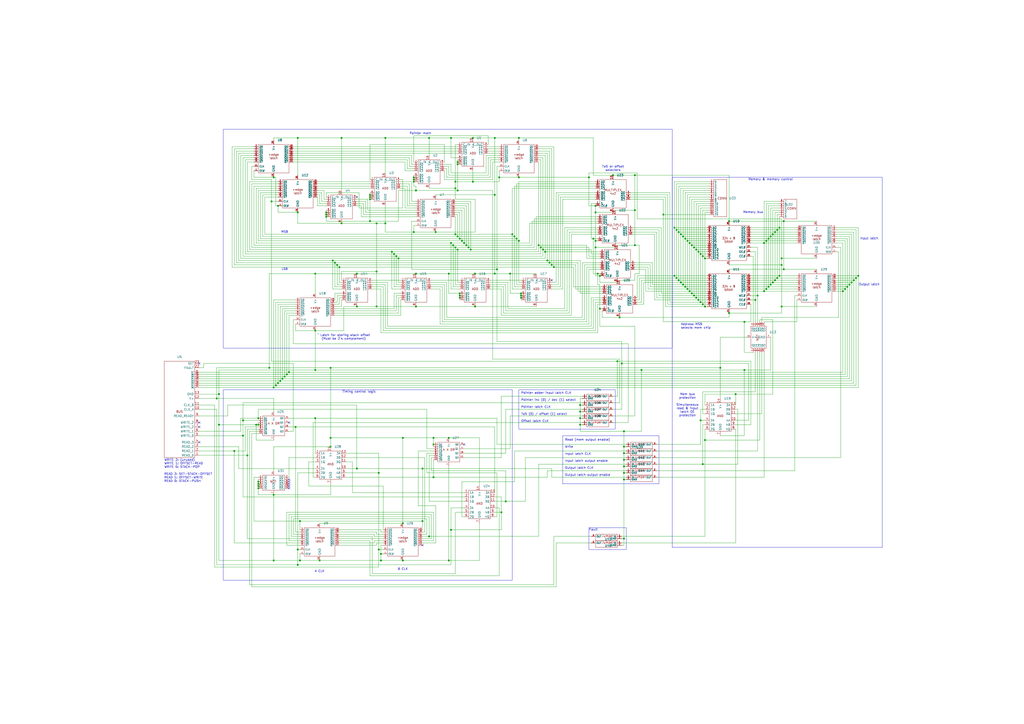
<source format=kicad_sch>
(kicad_sch (version 20231120) (generator "eeschema") (generator_version "8.0")
  (paper "A2")
  (title_block (title "Stack control unit"))
  (junction (at 488.95 168.91))
  (junction (at 158.75 224.79))
  (junction (at 449.58 162.56))
  (junction (at 172.72 123.19))
  (junction (at 408.94 149.86))
  (junction (at 266.7 171.45))
  (junction (at 302.26 170.18))
  (junction (at 156.21 213.36))
  (junction (at 393.7 134.62))
  (junction (at 193.04 151.13))
  (junction (at 396.24 165.1))
  (junction (at 394.97 135.89))
  (junction (at 182.88 242.57))
  (junction (at 439.42 171.45))
  (junction (at 162.56 220.98))
  (junction (at 402.59 171.45))
  (junction (at 227.33 146.05))
  (junction (at 445.77 166.37))
  (junction (at 240.03 105.41))
  (junction (at 140.97 252.73))
  (junction (at 347.98 160.02))
  (junction (at 300.99 139.7))
  (junction (at 402.59 143.51))
  (junction (at 400.05 168.91))
  (junction (at 191.77 213.36))
  (junction (at 251.46 257.81))
  (junction (at 406.4 175.26))
  (junction (at 264.16 109.22))
  (junction (at 218.44 157.48))
  (junction (at 149.86 283.21))
  (junction (at 407.67 269.24))
  (junction (at 443.23 140.97))
  (junction (at 207.01 271.78))
  (junction (at 431.8 214.63))
  (junction (at 233.68 325.12))
  (junction (at 260.35 158.75))
  (junction (at 313.69 143.51))
  (junction (at 265.43 110.49))
  (junction (at 214.63 113.03))
  (junction (at 251.46 254))
  (junction (at 453.39 177.8))
  (junction (at 149.86 246.38))
  (junction (at 345.44 139.7))
  (junction (at 392.43 133.35))
  (junction (at 302.26 171.45))
  (junction (at 158.75 102.87))
  (junction (at 198.12 129.54))
  (junction (at 447.04 137.16))
  (junction (at 261.62 80.01))
  (junction (at 406.4 147.32))
  (junction (at 384.81 124.46))
  (junction (at 453.39 149.86))
  (junction (at 214.63 115.57))
  (junction (at 160.02 223.52))
  (junction (at 403.86 172.72))
  (junction (at 368.3 121.92))
  (junction (at 266.7 170.18))
  (junction (at 300.99 102.87))
  (junction (at 400.05 140.97))
  (junction (at 172.72 327.66))
  (junction (at 345.44 119.38))
  (junction (at 345.44 143.51))
  (junction (at 293.37 290.83))
  (junction (at 158.75 287.02))
  (junction (at 218.44 129.54))
  (junction (at 195.58 153.67))
  (junction (at 295.91 158.75))
  (junction (at 336.55 242.57))
  (junction (at 223.52 129.54))
  (junction (at 149.86 280.67))
  (junction (at 361.95 250.19))
  (junction (at 312.42 142.24))
  (junction (at 207.01 158.75))
  (junction (at 207.01 177.8))
  (junction (at 422.91 128.27))
  (junction (at 245.11 302.26))
  (junction (at 149.86 242.57))
  (junction (at 149.86 281.94))
  (junction (at 408.94 177.8))
  (junction (at 219.71 318.77))
  (junction (at 438.15 173.99))
  (junction (at 196.85 154.94))
  (junction (at 125.73 231.14))
  (junction (at 219.71 274.32))
  (junction (at 361.95 259.08))
  (junction (at 275.59 158.75))
  (junction (at 228.6 147.32))
  (junction (at 275.59 177.8))
  (junction (at 157.48 116.84))
  (junction (at 262.89 142.24))
  (junction (at 264.16 143.51))
  (junction (at 241.3 177.8))
  (junction (at 345.44 123.19))
  (junction (at 290.83 297.18))
  (junction (at 372.11 214.63))
  (junction (at 231.14 149.86))
  (junction (at 408.94 255.27))
  (junction (at 267.97 139.7))
  (junction (at 407.67 148.59))
  (junction (at 287.02 80.01))
  (junction (at 403.86 144.78))
  (junction (at 392.43 161.29))
  (junction (at 287.02 158.75))
  (junction (at 140.97 243.84))
  (junction (at 198.12 80.01))
  (junction (at 264.16 135.89))
  (junction (at 240.03 102.87))
  (junction (at 344.17 138.43))
  (junction (at 318.77 152.4))
  (junction (at 273.05 144.78))
  (junction (at 173.99 325.12))
  (junction (at 173.99 302.26))
  (junction (at 398.78 167.64))
  (junction (at 346.71 158.75))
  (junction (at 401.32 142.24))
  (junction (at 302.26 172.72))
  (junction (at 161.29 119.38))
  (junction (at 448.31 135.89))
  (junction (at 355.6 101.6))
  (junction (at 158.75 325.12))
  (junction (at 444.5 139.7))
  (junction (at 452.12 132.08))
  (junction (at 361.95 262.89))
  (junction (at 189.23 124.46))
  (junction (at 274.32 105.41))
  (junction (at 264.16 105.41))
  (junction (at 269.24 140.97))
  (junction (at 336.55 238.76))
  (junction (at 148.59 246.38))
  (junction (at 260.35 325.12))
  (junction (at 361.95 266.7))
  (junction (at 189.23 125.73))
  (junction (at 320.04 153.67))
  (junction (at 495.3 162.56))
  (junction (at 166.37 217.17))
  (junction (at 497.84 160.02))
  (junction (at 394.97 163.83))
  (junction (at 161.29 222.25))
  (junction (at 321.31 154.94))
  (junction (at 361.95 270.51))
  (junction (at 143.51 264.16))
  (junction (at 341.63 102.87))
  (junction (at 398.78 139.7))
  (junction (at 297.18 135.89))
  (junction (at 454.66 128.27))
  (junction (at 127 228.6))
  (junction (at 288.29 156.21))
  (junction (at 453.39 153.67))
  (junction (at 165.1 218.44))
  (junction (at 300.99 80.01))
  (junction (at 490.22 167.64))
  (junction (at 287.02 113.03))
  (junction (at 336.55 246.38))
  (junction (at 260.35 254))
  (junction (at 127 246.38))
  (junction (at 391.16 160.02))
  (junction (at 431.8 186.69))
  (junction (at 189.23 123.19))
  (junction (at 191.77 259.08))
  (junction (at 251.46 276.86))
  (junction (at 241.3 158.75))
  (junction (at 347.98 179.07))
  (junction (at 447.04 165.1))
  (junction (at 443.23 168.91))
  (junction (at 289.56 102.87))
  (junction (at 361.95 312.42))
  (junction (at 218.44 177.8))
  (junction (at 358.14 209.55))
  (junction (at 361.95 274.32))
  (junction (at 248.92 311.15))
  (junction (at 261.62 307.34))
  (junction (at 454.66 156.21))
  (junction (at 417.83 213.36))
  (junction (at 214.63 128.27))
  (junction (at 191.77 254))
  (junction (at 336.55 234.95))
  (junction (at 265.43 137.16))
  (junction (at 405.13 146.05))
  (junction (at 274.32 80.01))
  (junction (at 492.76 165.1))
  (junction (at 368.3 142.24))
  (junction (at 171.45 247.65))
  (junction (at 172.72 80.01))
  (junction (at 223.52 80.01))
  (junction (at 299.72 138.43))
  (junction (at 229.87 148.59))
  (junction (at 135.89 261.62))
  (junction (at 391.16 132.08))
  (junction (at 396.24 137.16))
  (junction (at 270.51 142.24))
  (junction (at 252.73 134.62))
  (junction (at 406.4 243.84))
  (junction (at 316.23 146.05))
  (junction (at 491.49 166.37))
  (junction (at 266.7 172.72))
  (junction (at 407.67 176.53))
  (junction (at 317.5 151.13))
  (junction (at 241.3 110.49))
  (junction (at 397.51 138.43))
  (junction (at 265.43 93.98))
  (junction (at 361.95 278.13))
  (junction (at 240.03 104.14))
  (junction (at 261.62 140.97))
  (junction (at 182.88 191.77))
  (junction (at 172.72 318.77))
  (junction (at 298.45 137.16))
  (junction (at 240.03 134.62))
  (junction (at 265.43 144.78))
  (junction (at 405.13 173.99))
  (junction (at 444.5 167.64))
  (junction (at 271.78 143.51))
  (junction (at 450.85 133.35))
  (junction (at 233.68 254))
  (junction (at 248.92 80.01))
  (junction (at 233.68 303.53))
  (junction (at 265.43 95.25))
  (junction (at 163.83 219.71))
  (junction (at 314.96 144.78))
  (junction (at 422.91 181.61))
  (junction (at 359.41 184.15))
  (junction (at 445.77 138.43))
  (junction (at 245.11 271.78))
  (junction (at 167.64 215.9))
  (junction (at 149.86 279.4))
  (junction (at 397.51 166.37))
  (junction (at 448.31 163.83))
  (junction (at 182.88 214.63))
  (junction (at 220.98 321.31))
  (junction (at 266.7 138.43))
  (junction (at 214.63 114.3))
  (junction (at 496.57 161.29))
  (junction (at 426.72 228.6))
  (junction (at 220.98 325.12))
  (junction (at 368.3 101.6))
  (junction (at 393.7 162.56))
  (junction (at 182.88 158.75))
  (junction (at 494.03 163.83))
  (junction (at 449.58 134.62))
  (junction (at 450.85 161.29))
  (junction (at 185.42 325.12))
  (junction (at 452.12 160.02))
  (junction (at 194.31 152.4))
  (junction (at 401.32 170.18))
  (junction (at 360.68 210.82))
  (no_connect (at 320.04 162.56))
  (no_connect (at 115.57 256.54))
  (no_connect (at 167.64 279.4))
  (no_connect (at 167.64 278.13))
  (no_connect (at 167.64 283.21))
  (no_connect (at 115.57 210.82))
  (no_connect (at 167.64 281.94))
  (no_connect (at 115.57 245.11))
  (no_connect (at 269.24 257.81))
  (no_connect (at 207.01 114.3))
  (no_connect (at 167.64 245.11))
  (no_connect (at 167.64 280.67))
  (no_connect (at 115.57 247.65))
  (no_connect (at 245.11 316.23))
  (wire (pts (xy 165.1 180.34) (xy 165.1 218.44)))
  (wire (pts (xy 331.47 182.88) (xy 290.83 182.88)))
  (wire (pts (xy 171.45 176.53) (xy 161.29 176.53)))
  (wire (pts (xy 248.92 80.01) (xy 223.52 80.01)))
  (wire (pts (xy 450.85 161.29) (xy 462.28 161.29)))
  (wire (pts (xy 134.62 85.09) (xy 134.62 154.94)))
  (wire (pts (xy 312.42 86.36) (xy 320.04 86.36)))
  (wire (pts (xy 369.57 100.33) (xy 369.57 127)))
  (wire (pts (xy 161.29 119.38) (xy 160.02 119.38)))
  (wire (pts (xy 259.08 97.79) (xy 259.08 102.87)))
  (wire (pts (xy 198.12 162.56) (xy 198.12 157.48)))
  (wire (pts (xy 238.76 128.27) (xy 241.3 128.27)))
  (wire (pts (xy 290.83 229.87) (xy 337.82 229.87)))
  (wire (pts (xy 135.89 153.67) (xy 195.58 153.67)))
  (wire (pts (xy 372.11 214.63) (xy 182.88 214.63)))
  (wire (pts (xy 124.46 328.93) (xy 219.71 328.93)))
  (wire (pts (xy 115.57 250.19) (xy 139.7 250.19)))
  (wire (pts (xy 140.97 91.44) (xy 140.97 148.59)))
  (wire (pts (xy 287.02 158.75) (xy 295.91 158.75)))
  (wire (pts (xy 171.45 308.61) (xy 173.99 308.61)))
  (wire (pts (xy 241.3 107.95) (xy 240.03 107.95)))
  (wire (pts (xy 234.95 109.22) (xy 234.95 120.65)))
  (wire (pts (xy 341.63 119.38) (xy 345.44 119.38)))
  (wire (pts (xy 402.59 143.51) (xy 402.59 171.45)))
  (wire (pts (xy 417.83 213.36) (xy 417.83 195.58)))
  (wire (pts (xy 438.15 173.99) (xy 438.15 186.69)))
  (wire (pts (xy 251.46 276.86) (xy 251.46 266.7)))
  (wire (pts (xy 147.32 302.26) (xy 147.32 276.86)))
  (wire (pts (xy 485.14 162.56) (xy 495.3 162.56)))
  (wire (pts (xy 214.63 115.57) (xy 214.63 128.27)))
  (wire (pts (xy 179.07 267.97) (xy 179.07 281.94)))
  (wire (pts (xy 304.8 265.43) (xy 363.22 265.43)))
  (wire (pts (xy 361.95 250.19) (xy 372.11 250.19)))
  (wire (pts (xy 228.6 147.32) (xy 313.69 147.32)))
  (wire (pts (xy 435.61 132.08) (xy 452.12 132.08)))
  (wire (pts (xy 257.81 165.1) (xy 250.19 165.1)))
  (wire (pts (xy 431.8 252.73) (xy 431.8 214.63)))
  (wire (pts (xy 405.13 119.38) (xy 405.13 146.05)))
  (wire (pts (xy 453.39 153.67) (xy 453.39 149.86)))
  (wire (pts (xy 381 276.86) (xy 443.23 276.86)))
  (wire (pts (xy 195.58 165.1) (xy 195.58 153.67)))
  (wire (pts (xy 443.23 140.97) (xy 462.28 140.97)))
  (wire (pts (xy 360.68 198.12) (xy 288.29 198.12)))
  (wire (pts (xy 269.24 290.83) (xy 248.92 290.83)))
  (wire (pts (xy 294.64 163.83) (xy 284.48 163.83)))
  (wire (pts (xy 260.35 170.18) (xy 260.35 158.75)))
  (wire (pts (xy 391.16 132.08) (xy 391.16 105.41)))
  (wire (pts (xy 135.89 261.62) (xy 142.24 261.62)))
  (wire (pts (xy 115.57 215.9) (xy 167.64 215.9)))
  (wire (pts (xy 218.44 314.96) (xy 222.25 314.96)))
  (wire (pts (xy 378.46 165.1) (xy 378.46 152.4)))
  (wire (pts (xy 405.13 146.05) (xy 405.13 173.99)))
  (wire (pts (xy 345.44 175.26) (xy 345.44 191.77)))
  (wire (pts (xy 219.71 318.77) (xy 222.25 318.77)))
  (wire (pts (xy 170.18 91.44) (xy 237.49 91.44)))
  (wire (pts (xy 241.3 123.19) (xy 212.09 123.19)))
  (wire (pts (xy 408.94 311.15) (xy 360.68 311.15)))
  (wire (pts (xy 240.03 95.25) (xy 238.76 95.25)))
  (wire (pts (xy 367.03 134.62) (xy 381 134.62)))
  (wire (pts (xy 240.03 78.74) (xy 240.03 93.98)))
  (wire (pts (xy 170.18 90.17) (xy 238.76 90.17)))
  (wire (pts (xy 170.18 85.09) (xy 265.43 85.09)))
  (wire (pts (xy 302.26 166.37) (xy 298.45 166.37)))
  (wire (pts (xy 146.05 143.51) (xy 146.05 106.68)))
  (wire (pts (xy 222.25 281.94) (xy 222.25 307.34)))
  (wire (pts (xy 312.42 91.44) (xy 314.96 91.44)))
  (wire (pts (xy 293.37 237.49) (xy 337.82 237.49)))
  (wire (pts (xy 247.65 262.89) (xy 251.46 262.89)))
  (wire (pts (xy 262.89 166.37) (xy 262.89 142.24)))
  (wire (pts (xy 250.19 265.43) (xy 251.46 265.43)))
  (wire (pts (xy 167.64 313.69) (xy 173.99 313.69)))
  (wire (pts (xy 287.02 290.83) (xy 293.37 290.83)))
  (wire (pts (xy 410.21 138.43) (xy 397.51 138.43)))
  (wire (pts (xy 336.55 238.76) (xy 337.82 238.76)))
  (wire (pts (xy 194.31 176.53) (xy 196.85 176.53)))
  (wire (pts (xy 247.65 237.49) (xy 247.65 260.35)))
  (wire (pts (xy 289.56 96.52) (xy 288.29 96.52)))
  (wire (pts (xy 289.56 102.87) (xy 300.99 102.87)))
  (wire (pts (xy 157.48 116.84) (xy 157.48 209.55)))
  (wire (pts (xy 222.25 166.37) (xy 215.9 166.37)))
  (wire (pts (xy 312.42 311.15) (xy 248.92 311.15)))
  (wire (pts (xy 355.6 229.87) (xy 358.14 229.87)))
  (wire (pts (xy 220.98 325.12) (xy 233.68 325.12)))
  (wire (pts (xy 260.35 96.52) (xy 257.81 96.52)))
  (wire (pts (xy 312.42 90.17) (xy 316.23 90.17)))
  (wire (pts (xy 256.54 186.69) (xy 256.54 166.37)))
  (wire (pts (xy 125.73 327.66) (xy 172.72 327.66)))
  (wire (pts (xy 275.59 177.8) (xy 311.15 177.8)))
  (wire (pts (xy 199.39 191.77) (xy 182.88 191.77)))
  (wire (pts (xy 342.9 314.96) (xy 322.58 314.96)))
  (wire (pts (xy 448.31 135.89) (xy 462.28 135.89)))
  (wire (pts (xy 172.72 318.77) (xy 172.72 327.66)))
  (wire (pts (xy 115.57 222.25) (xy 161.29 222.25)))
  (wire (pts (xy 264.16 115.57) (xy 275.59 115.57)))
  (wire (pts (xy 196.85 307.34) (xy 220.98 307.34)))
  (wire (pts (xy 196.85 154.94) (xy 321.31 154.94)))
  (wire (pts (xy 257.81 185.42) (xy 257.81 165.1)))
  (wire (pts (xy 115.57 237.49) (xy 125.73 237.49)))
  (wire (pts (xy 381 261.62) (xy 439.42 261.62)))
  (wire (pts (xy 220.98 316.23) (xy 220.98 321.31)))
  (wire (pts (xy 453.39 177.8) (xy 453.39 153.67)))
  (wire (pts (xy 232.41 163.83) (xy 231.14 163.83)))
  (wire (pts (xy 171.45 179.07) (xy 163.83 179.07)))
  (wire (pts (xy 440.69 255.27) (xy 440.69 204.47)))
  (wire (pts (xy 406.4 257.81) (xy 406.4 243.84)))
  (wire (pts (xy 285.75 208.28) (xy 359.41 208.28)))
  (wire (pts (xy 336.55 242.57) (xy 337.82 242.57)))
  (wire (pts (xy 384.81 124.46) (xy 411.48 124.46)))
  (wire (pts (xy 448.31 163.83) (xy 462.28 163.83)))
  (wire (pts (xy 448.31 135.89) (xy 448.31 163.83)))
  (wire (pts (xy 184.15 114.3) (xy 184.15 119.38)))
  (wire (pts (xy 312.42 92.71) (xy 313.69 92.71)))
  (wire (pts (xy 223.52 129.54) (xy 223.52 134.62)))
  (wire (pts (xy 400.05 168.91) (xy 410.21 168.91)))
  (wire (pts (xy 157.48 209.55) (xy 358.14 209.55)))
  (wire (pts (xy 300.99 163.83) (xy 300.99 139.7)))
  (wire (pts (xy 191.77 213.36) (xy 417.83 213.36)))
  (wire (pts (xy 408.94 255.27) (xy 408.94 311.15)))
  (wire (pts (xy 325.12 166.37) (xy 325.12 114.3)))
  (wire (pts (xy 349.25 180.34) (xy 349.25 184.15)))
  (wire (pts (xy 283.21 78.74) (xy 283.21 83.82)))
  (wire (pts (xy 189.23 123.19) (xy 189.23 124.46)))
  (wire (pts (xy 147.32 99.06) (xy 147.32 102.87)))
  (wire (pts (xy 435.61 173.99) (xy 438.15 173.99)))
  (wire (pts (xy 247.65 300.99) (xy 170.18 300.99)))
  (wire (pts (xy 449.58 134.62) (xy 449.58 162.56)))
  (wire (pts (xy 341.63 156.21) (xy 341.63 187.96)))
  (wire (pts (xy 151.13 138.43) (xy 266.7 138.43)))
  (wire (pts (xy 334.01 167.64) (xy 349.25 167.64)))
  (wire (pts (xy 403.86 144.78) (xy 403.86 172.72)))
  (wire (pts (xy 241.3 125.73) (xy 209.55 125.73)))
  (wire (pts (xy 449.58 162.56) (xy 462.28 162.56)))
  (wire (pts (xy 172.72 327.66) (xy 261.62 327.66)))
  (wire (pts (xy 388.62 111.76) (xy 388.62 175.26)))
  (wire (pts (xy 173.99 318.77) (xy 172.72 318.77)))
  (wire (pts (xy 134.62 154.94) (xy 196.85 154.94)))
  (wire (pts (xy 193.04 151.13) (xy 317.5 151.13)))
  (wire (pts (xy 260.35 325.12) (xy 278.13 325.12)))
  (wire (pts (xy 138.43 259.08) (xy 138.43 271.78)))
  (wire (pts (xy 449.58 162.56) (xy 435.61 162.56)))
  (wire (pts (xy 219.71 262.89) (xy 200.66 262.89)))
  (wire (pts (xy 143.51 248.92) (xy 149.86 248.92)))
  (wire (pts (xy 312.42 88.9) (xy 317.5 88.9)))
  (wire (pts (xy 248.92 290.83) (xy 248.92 264.16)))
  (wire (pts (xy 275.59 134.62) (xy 275.59 115.57)))
  (wire (pts (xy 485.14 160.02) (xy 497.84 160.02)))
  (wire (pts (xy 321.31 311.15) (xy 321.31 339.09)))
  (wire (pts (xy 341.63 187.96) (xy 255.27 187.96)))
  (wire (pts (xy 289.56 99.06) (xy 289.56 102.87)))
  (wire (pts (xy 295.91 260.35) (xy 269.24 260.35)))
  (wire (pts (xy 213.36 115.57) (xy 213.36 121.92)))
  (wire (pts (xy 186.69 111.76) (xy 186.69 116.84)))
  (wire (pts (xy 312.42 142.24) (xy 312.42 146.05)))
  (wire (pts (xy 368.3 101.6) (xy 368.3 121.92)))
  (wire (pts (xy 266.7 170.18) (xy 266.7 171.45)))
  (wire (pts (xy 240.03 107.95) (xy 240.03 105.41)))
  (wire (pts (xy 486.41 184.15) (xy 486.41 146.05)))
  (wire (pts (xy 439.42 143.51) (xy 435.61 143.51)))
  (wire (pts (xy 422.91 181.61) (xy 453.39 181.61)))
  (wire (pts (xy 215.9 332.74) (xy 264.16 332.74)))
  (wire (pts (xy 138.43 271.78) (xy 182.88 271.78)))
  (wire (pts (xy 485.14 165.1) (xy 492.76 165.1)))
  (wire (pts (xy 488.95 215.9) (xy 488.95 168.91)))
  (wire (pts (xy 251.46 254) (xy 260.35 254)))
  (wire (pts (xy 394.97 163.83) (xy 410.21 163.83)))
  (wire (pts (xy 182.88 267.97) (xy 179.07 267.97)))
  (wire (pts (xy 438.15 146.05) (xy 438.15 173.99)))
  (wire (pts (xy 264.16 105.41) (xy 264.16 109.22)))
  (wire (pts (xy 245.11 313.69) (xy 251.46 313.69)))
  (wire (pts (xy 361.95 266.7) (xy 361.95 262.89)))
  (wire (pts (xy 264.16 297.18) (xy 269.24 297.18)))
  (wire (pts (xy 417.83 252.73) (xy 431.8 252.73)))
  (wire (pts (xy 156.21 213.36) (xy 125.73 213.36)))
  (wire (pts (xy 220.98 307.34) (xy 220.98 308.61)))
  (wire (pts (xy 441.96 240.03) (xy 441.96 204.47)))
  (wire (pts (xy 447.04 195.58) (xy 447.04 214.63)))
  (wire (pts (xy 153.67 135.89) (xy 153.67 114.3)))
  (wire (pts (xy 170.18 199.39) (xy 170.18 185.42)))
  (wire (pts (xy 398.78 139.7) (xy 398.78 167.64)))
  (wire (pts (xy 140.97 233.68) (xy 140.97 243.84)))
  (wire (pts (xy 407.67 246.38) (xy 407.67 269.24)))
  (wire (pts (xy 152.4 113.03) (xy 161.29 113.03)))
  (wire (pts (xy 217.17 309.88) (xy 217.17 311.15)))
  (wire (pts (xy 345.44 106.68) (xy 299.72 106.68)))
  (wire (pts (xy 260.35 270.51) (xy 260.35 325.12)))
  (wire (pts (xy 266.7 167.64) (xy 261.62 167.64)))
  (wire (pts (xy 261.62 307.34) (xy 261.62 294.64)))
  (wire (pts (xy 330.2 181.61) (xy 292.1 181.61)))
  (wire (pts (xy 287.02 247.65) (xy 287.02 285.75)))
  (wire (pts (xy 387.35 176.53) (xy 407.67 176.53)))
  (wire (pts (xy 238.76 156.21) (xy 238.76 128.27)))
  (wire (pts (xy 223.52 119.38) (xy 223.52 129.54)))
  (wire (pts (xy 346.71 129.54) (xy 307.34 129.54)))
  (wire (pts (xy 334.01 153.67) (xy 334.01 167.64)))
  (wire (pts (xy 485.14 168.91) (xy 488.95 168.91)))
  (wire (pts (xy 207.01 234.95) (xy 132.08 234.95)))
  (wire (pts (xy 231.14 163.83) (xy 231.14 149.86)))
  (wire (pts (xy 137.16 87.63) (xy 137.16 152.4)))
  (wire (pts (xy 436.88 148.59) (xy 436.88 186.69)))
  (wire (pts (xy 289.56 294.64) (xy 287.02 294.64)))
  (wire (pts (xy 147.32 96.52) (xy 146.05 96.52)))
  (wire (pts (xy 219.71 274.32) (xy 219.71 262.89)))
  (wire (pts (xy 146.05 104.14) (xy 157.48 104.14)))
  (wire (pts (xy 375.92 167.64) (xy 398.78 167.64)))
  (wire (pts (xy 215.9 311.15) (xy 215.9 332.74)))
  (wire (pts (xy 196.85 316.23) (xy 218.44 316.23)))
  (wire (pts (xy 436.88 148.59) (xy 435.61 148.59)))
  (wire (pts (xy 344.17 190.5) (xy 223.52 190.5)))
  (wire (pts (xy 396.24 137.16) (xy 396.24 110.49)))
  (wire (pts (xy 144.78 339.09) (xy 144.78 250.19)))
  (wire (pts (xy 260.35 158.75) (xy 275.59 158.75)))
  (wire (pts (xy 261.62 95.25) (xy 261.62 100.33)))
  (wire (pts (xy 194.31 170.18) (xy 198.12 170.18)))
  (wire (pts (xy 189.23 115.57) (xy 187.96 115.57)))
  (wire (pts (xy 149.86 237.49) (xy 247.65 237.49)))
  (wire (pts (xy 290.83 182.88) (xy 290.83 167.64)))
  (wire (pts (xy 295.91 170.18) (xy 302.26 170.18)))
  (wire (pts (xy 214.63 83.82) (xy 214.63 104.14)))
  (wire (pts (xy 344.17 101.6) (xy 344.17 80.01)))
  (wire (pts (xy 208.28 120.65) (xy 208.28 111.76)))
  (wire (pts (xy 450.85 133.35) (xy 450.85 124.46)))
  (wire (pts (xy 163.83 219.71) (xy 492.76 219.71)))
  (wire (pts (xy 200.66 267.97) (xy 204.47 267.97)))
  (wire (pts (xy 171.45 177.8) (xy 162.56 177.8)))
  (wire (pts (xy 398.78 167.64) (xy 410.21 167.64)))
  (wire (pts (xy 245.11 308.61) (xy 246.38 308.61)))
  (wire (pts (xy 307.34 140.97) (xy 269.24 140.97)))
  (wire (pts (xy 492.76 165.1) (xy 492.76 137.16)))
  (wire (pts (xy 302.26 165.1) (xy 299.72 165.1)))
  (wire (pts (xy 140.97 252.73) (xy 140.97 288.29)))
  (wire (pts (xy 394.97 109.22) (xy 394.97 135.89)))
  (wire (pts (xy 115.57 220.98) (xy 162.56 220.98)))
  (wire (pts (xy 134.62 85.09) (xy 147.32 85.09)))
  (wire (pts (xy 406.4 120.65) (xy 411.48 120.65)))
  (wire (pts (xy 196.85 312.42) (xy 222.25 312.42)))
  (wire (pts (xy 240.03 102.87) (xy 240.03 104.14)))
  (wire (pts (xy 283.21 87.63) (xy 289.56 87.63)))
  (wire (pts (xy 207.01 177.8) (xy 218.44 177.8)))
  (wire (pts (xy 316.23 146.05) (xy 316.23 149.86)))
  (wire (pts (xy 368.3 121.92) (xy 356.87 121.92)))
  (wire (pts (xy 240.03 134.62) (xy 252.73 134.62)))
  (wire (pts (xy 392.43 133.35) (xy 392.43 161.29)))
  (wire (pts (xy 358.14 209.55) (xy 435.61 209.55)))
  (wire (pts (xy 406.4 243.84) (xy 406.4 237.49)))
  (wire (pts (xy 242.57 293.37) (xy 242.57 261.62)))
  (wire (pts (xy 115.57 213.36) (xy 118.11 213.36)))
  (wire (pts (xy 448.31 163.83) (xy 435.61 163.83)))
  (wire (pts (xy 396.24 110.49) (xy 411.48 110.49)))
  (wire (pts (xy 411.48 111.76) (xy 397.51 111.76)))
  (wire (pts (xy 115.57 223.52) (xy 160.02 223.52)))
  (wire (pts (xy 492.76 137.16) (xy 485.14 137.16)))
  (wire (pts (xy 147.32 276.86) (xy 149.86 276.86)))
  (wire (pts (xy 156.21 158.75) (xy 156.21 213.36)))
  (wire (pts (xy 264.16 124.46) (xy 265.43 124.46)))
  (wire (pts (xy 198.12 163.83) (xy 196.85 163.83)))
  (wire (pts (xy 158.75 273.05) (xy 158.75 259.08)))
  (wire (pts (xy 135.89 86.36) (xy 135.89 153.67)))
  (wire (pts (xy 265.43 83.82) (xy 264.16 83.82)))
  (wire (pts (xy 191.77 259.08) (xy 191.77 254)))
  (wire (pts (xy 259.08 163.83) (xy 250.19 163.83)))
  (wire (pts (xy 224.79 189.23) (xy 224.79 163.83)))
  (wire (pts (xy 311.15 144.78) (xy 273.05 144.78)))
  (wire (pts (xy 434.34 243.84) (xy 426.72 243.84)))
  (wire (pts (xy 172.72 80.01) (xy 172.72 101.6)))
  (wire (pts (xy 115.57 228.6) (xy 127 228.6)))
  (wire (pts (xy 232.41 109.22) (xy 234.95 109.22)))
  (wire (pts (xy 491.49 166.37) (xy 485.14 166.37)))
  (wire (pts (xy 445.77 119.38) (xy 452.12 119.38)))
  (wire (pts (xy 284.48 102.87) (xy 284.48 92.71)))
  (wire (pts (xy 147.32 142.24) (xy 262.89 142.24)))
  (wire (pts (xy 227.33 146.05) (xy 312.42 146.05)))
  (wire (pts (xy 146.05 96.52) (xy 146.05 104.14)))
  (wire (pts (xy 172.72 129.54) (xy 172.72 123.19)))
  (wire (pts (xy 223.52 80.01) (xy 198.12 80.01)))
  (wire (pts (xy 278.13 325.12) (xy 278.13 303.53)))
  (wire (pts (xy 248.92 109.22) (xy 264.16 109.22)))
  (wire (pts (xy 293.37 165.1) (xy 284.48 165.1)))
  (wire (pts (xy 171.45 247.65) (xy 171.45 308.61)))
  (wire (pts (xy 368.3 158.75) (xy 370.84 158.75)))
  (wire (pts (xy 283.21 86.36) (xy 289.56 86.36)))
  (wire (pts (xy 434.34 210.82) (xy 434.34 243.84)))
  (wire (pts (xy 223.52 165.1) (xy 215.9 165.1)))
  (wire (pts (xy 264.16 120.65) (xy 269.24 120.65)))
  (wire (pts (xy 435.61 176.53) (xy 435.61 186.69)))
  (wire (pts (xy 496.57 133.35) (xy 496.57 161.29)))
  (wire (pts (xy 182.88 158.75) (xy 207.01 158.75)))
  (wire (pts (xy 149.86 287.02) (xy 158.75 287.02)))
  (wire (pts (xy 485.14 146.05) (xy 486.41 146.05)))
  (wire (pts (xy 152.4 137.16) (xy 152.4 113.03)))
  (wire (pts (xy 139.7 149.86) (xy 231.14 149.86)))
  (wire (pts (xy 231.14 172.72) (xy 232.41 172.72)))
  (wire (pts (xy 232.41 104.14) (xy 233.68 104.14)))
  (wire (pts (xy 233.68 254) (xy 233.68 303.53)))
  (wire (pts (xy 274.32 105.41) (xy 289.56 105.41)))
  (wire (pts (xy 342.9 144.78) (xy 314.96 144.78)))
  (wire (pts (xy 336.55 170.18) (xy 349.25 170.18)))
  (wire (pts (xy 345.44 119.38) (xy 345.44 123.19)))
  (wire (pts (xy 340.36 149.86) (xy 340.36 142.24)))
  (wire (pts (xy 148.59 246.38) (xy 148.59 255.27)))
  (wire (pts (xy 288.29 156.21) (xy 238.76 156.21)))
  (wire (pts (xy 222.25 191.77) (xy 222.25 166.37)))
  (wire (pts (xy 297.18 109.22) (xy 297.18 135.89)))
  (wire (pts (xy 452.12 132.08) (xy 462.28 132.08)))
  (wire (pts (xy 488.95 168.91) (xy 488.95 140.97)))
  (wire (pts (xy 331.47 135.89) (xy 331.47 182.88)))
  (wire (pts (xy 441.96 186.69) (xy 441.96 184.15)))
  (wire (pts (xy 236.22 107.95) (xy 236.22 119.38)))
  (wire (pts (xy 397.51 138.43) (xy 397.51 166.37)))
  (wire (pts (xy 445.77 138.43) (xy 462.28 138.43)))
  (wire (pts (xy 336.55 246.38) (xy 336.55 250.19)))
  (wire (pts (xy 347.98 148.59) (xy 341.63 148.59)))
  (wire (pts (xy 173.99 325.12) (xy 185.42 325.12)))
  (wire (pts (xy 410.21 137.16) (xy 396.24 137.16)))
  (wire (pts (xy 246.38 265.43) (xy 200.66 265.43)))
  (wire (pts (xy 158.75 224.79) (xy 497.84 224.79)))
  (wire (pts (xy 320.04 271.78) (xy 320.04 276.86)))
  (wire (pts (xy 450.85 133.35) (xy 450.85 161.29)))
  (wire (pts (xy 435.61 139.7) (xy 444.5 139.7)))
  (wire (pts (xy 160.02 119.38) (xy 160.02 102.87)))
  (wire (pts (xy 247.65 309.88) (xy 247.65 300.99)))
  (wire (pts (xy 212.09 123.19) (xy 212.09 116.84)))
  (wire (pts (xy 327.66 179.07) (xy 294.64 179.07)))
  (wire (pts (xy 300.99 139.7) (xy 267.97 139.7)))
  (wire (pts (xy 408.94 248.92) (xy 408.94 255.27)))
  (wire (pts (xy 295.91 241.3) (xy 295.91 260.35)))
  (wire (pts (xy 236.22 119.38) (xy 241.3 119.38)))
  (wire (pts (xy 265.43 92.71) (xy 265.43 93.98)))
  (wire (pts (xy 435.61 133.35) (xy 450.85 133.35)))
  (wire (pts (xy 143.51 146.05) (xy 227.33 146.05)))
  (wire (pts (xy 148.59 255.27) (xy 158.75 255.27)))
  (wire (pts (xy 326.39 115.57) (xy 345.44 115.57)))
  (wire (pts (xy 452.12 123.19) (xy 449.58 123.19)))
  (wire (pts (xy 229.87 180.34) (xy 229.87 171.45)))
  (wire (pts (xy 293.37 180.34) (xy 293.37 165.1)))
  (wire (pts (xy 439.42 143.51) (xy 439.42 171.45)))
  (wire (pts (xy 342.9 147.32) (xy 342.9 144.78)))
  (wire (pts (xy 194.31 166.37) (xy 194.31 152.4)))
  (wire (pts (xy 287.02 297.18) (xy 290.83 297.18)))
  (wire (pts (xy 238.76 95.25) (xy 238.76 90.17)))
  (wire (pts (xy 274.32 99.06) (xy 274.32 105.41)))
  (wire (pts (xy 453.39 149.86) (xy 453.39 127)))
  (wire (pts (xy 194.31 152.4) (xy 318.77 152.4)))
  (wire (pts (xy 222.25 316.23) (xy 220.98 316.23)))
  (wire (pts (xy 195.58 171.45) (xy 198.12 171.45)))
  (wire (pts (xy 335.28 168.91) (xy 349.25 168.91)))
  (wire (pts (xy 299.72 106.68) (xy 299.72 138.43)))
  (wire (pts (xy 447.04 137.16) (xy 462.28 137.16)))
  (wire (pts (xy 317.5 151.13) (xy 336.55 151.13)))
  (wire (pts (xy 142.24 261.62) (xy 142.24 247.65)))
  (wire (pts (xy 383.54 132.08) (xy 383.54 170.18)))
  (wire (pts (xy 193.04 167.64) (xy 193.04 151.13)))
  (wire (pts (xy 245.11 271.78) (xy 320.04 271.78)))
  (wire (pts (xy 229.87 171.45) (xy 232.41 171.45)))
  (wire (pts (xy 182.88 265.43) (xy 167.64 265.43)))
  (wire (pts (xy 245.11 309.88) (xy 247.65 309.88)))
  (wire (pts (xy 435.61 146.05) (xy 438.15 146.05)))
  (wire (pts (xy 115.57 261.62) (xy 135.89 261.62)))
  (wire (pts (xy 207.01 115.57) (xy 213.36 115.57)))
  (wire (pts (xy 431.8 186.69) (xy 431.8 204.47)))
  (wire (pts (xy 300.99 105.41) (xy 300.99 139.7)))
  (wire (pts (xy 345.44 160.02) (xy 345.44 143.51)))
  (wire (pts (xy 426.72 248.92) (xy 426.72 314.96)))
  (wire (pts (xy 185.42 325.12) (xy 220.98 325.12)))
  (wire (pts (xy 290.83 167.64) (xy 284.48 167.64)))
  (wire (pts (xy 297.18 167.64) (xy 297.18 135.89)))
  (wire (pts (xy 370.84 158.75) (xy 370.84 142.24)))
  (wire (pts (xy 347.98 179.07) (xy 347.98 189.23)))
  (wire (pts (xy 397.51 166.37) (xy 410.21 166.37)))
  (wire (pts (xy 365.76 114.3) (xy 386.08 114.3)))
  (wire (pts (xy 191.77 287.02) (xy 158.75 287.02)))
  (wire (pts (xy 125.73 213.36) (xy 125.73 231.14)))
  (wire (pts (xy 392.43 106.68) (xy 392.43 133.35)))
  (wire (pts (xy 265.43 163.83) (xy 265.43 144.78)))
  (wire (pts (xy 210.82 118.11) (xy 210.82 124.46)))
  (wire (pts (xy 401.32 170.18) (xy 410.21 170.18)))
  (wire (pts (xy 355.6 237.49) (xy 360.68 237.49)))
  (wire (pts (xy 359.41 184.15) (xy 422.91 184.15)))
  (wire (pts (xy 485.14 138.43) (xy 491.49 138.43)))
  (wire (pts (xy 143.51 312.42) (xy 173.99 312.42)))
  (wire (pts (xy 462.28 173.99) (xy 462.28 186.69)))
  (wire (pts (xy 162.56 220.98) (xy 494.03 220.98)))
  (wire (pts (xy 293.37 262.89) (xy 293.37 237.49)))
  (wire (pts (xy 240.03 101.6) (xy 240.03 102.87)))
  (wire (pts (xy 346.71 158.75) (xy 344.17 158.75)))
  (wire (pts (xy 410.21 140.97) (xy 400.05 140.97)))
  (wire (pts (xy 184.15 111.76) (xy 186.69 111.76)))
  (wire (pts (xy 422.91 101.6) (xy 368.3 101.6)))
  (wire (pts (xy 487.68 143.51) (xy 487.68 265.43)))
  (wire (pts (xy 171.45 173.99) (xy 158.75 173.99)))
  (wire (pts (xy 346.71 128.27) (xy 308.61 128.27)))
  (wire (pts (xy 218.44 129.54) (xy 223.52 129.54)))
  (wire (pts (xy 278.13 281.94) (xy 278.13 254)))
  (wire (pts (xy 495.3 162.56) (xy 495.3 134.62)))
  (wire (pts (xy 214.63 334.01) (xy 289.56 334.01)))
  (wire (pts (xy 261.62 91.44) (xy 261.62 80.01)))
  (wire (pts (xy 182.88 158.75) (xy 182.88 170.18)))
  (wire (pts (xy 157.48 116.84) (xy 161.29 116.84)))
  (wire (pts (xy 337.82 246.38) (xy 336.55 246.38)))
  (wire (pts (xy 251.46 297.18) (xy 166.37 297.18)))
  (wire (pts (xy 339.09 153.67) (xy 339.09 185.42)))
  (wire (pts (xy 361.95 278.13) (xy 363.22 278.13)))
  (wire (pts (xy 266.7 170.18) (xy 260.35 170.18)))
  (wire (pts (xy 408.94 255.27) (xy 440.69 255.27)))
  (wire (pts (xy 410.21 148.59) (xy 407.67 148.59)))
  (wire (pts (xy 345.44 109.22) (xy 297.18 109.22)))
  (wire (pts (xy 448.31 121.92) (xy 452.12 121.92)))
  (wire (pts (xy 245.11 271.78) (xy 245.11 302.26)))
  (wire (pts (xy 435.61 171.45) (xy 439.42 171.45)))
  (wire (pts (xy 250.19 273.05) (xy 250.19 265.43)))
  (wire (pts (xy 161.29 176.53) (xy 161.29 222.25)))
  (wire (pts (xy 340.36 186.69) (xy 256.54 186.69)))
  (wire (pts (xy 184.15 113.03) (xy 185.42 113.03)))
  (wire (pts (xy 283.21 78.74) (xy 240.03 78.74)))
  (wire (pts (xy 406.4 147.32) (xy 406.4 175.26)))
  (wire (pts (xy 345.44 105.41) (xy 300.99 105.41)))
  (wire (pts (xy 184.15 110.49) (xy 187.96 110.49)))
  (wire (pts (xy 146.05 340.36) (xy 146.05 251.46)))
  (wire (pts (xy 443.23 186.69) (xy 462.28 186.69)))
  (wire (pts (xy 229.87 165.1) (xy 229.87 148.59)))
  (wire (pts (xy 299.72 165.1) (xy 299.72 138.43)))
  (wire (pts (xy 250.19 312.42) (xy 250.19 298.45)))
  (wire (pts (xy 435.61 135.89) (xy 448.31 135.89)))
  (wire (pts (xy 407.67 269.24) (xy 427.99 269.24)))
  (wire (pts (xy 313.69 143.51) (xy 313.69 147.32)))
  (wire (pts (xy 447.04 165.1) (xy 462.28 165.1)))
  (wire (pts (xy 293.37 290.83) (xy 304.8 290.83)))
  (wire (pts (xy 196.85 163.83) (xy 196.85 154.94)))
  (wire (pts (xy 184.15 109.22) (xy 214.63 109.22)))
  (wire (pts (xy 241.3 158.75) (xy 260.35 158.75)))
  (wire (pts (xy 265.43 93.98) (xy 265.43 95.25)))
  (wire (pts (xy 402.59 116.84) (xy 402.59 143.51)))
  (wire (pts (xy 283.21 101.6) (xy 260.35 101.6)))
  (wire (pts (xy 445.77 138.43) (xy 445.77 119.38)))
  (wire (pts (xy 115.57 219.71) (xy 163.83 219.71)))
  (wire (pts (xy 336.55 250.19) (xy 361.95 250.19)))
  (wire (pts (xy 167.64 265.43) (xy 167.64 276.86)))
  (wire (pts (xy 453.39 153.67) (xy 422.91 153.67)))
  (wire (pts (xy 189.23 111.76) (xy 208.28 111.76)))
  (wire (pts (xy 336.55 246.38) (xy 336.55 242.57)))
  (wire (pts (xy 184.15 119.38) (xy 189.23 119.38)))
  (wire (pts (xy 171.45 180.34) (xy 165.1 180.34)))
  (wire (pts (xy 494.03 163.83) (xy 494.03 220.98)))
  (wire (pts (xy 445.77 166.37) (xy 435.61 166.37)))
  (wire (pts (xy 198.12 177.8) (xy 198.12 173.99)))
  (wire (pts (xy 189.23 121.92) (xy 189.23 123.19)))
  (wire (pts (xy 115.57 252.73) (xy 140.97 252.73)))
  (wire (pts (xy 275.59 158.75) (xy 287.02 158.75)))
  (wire (pts (xy 368.3 101.6) (xy 355.6 101.6)))
  (wire (pts (xy 298.45 137.16) (xy 265.43 137.16)))
  (wire (pts (xy 148.59 109.22) (xy 161.29 109.22)))
  (wire (pts (xy 422.91 156.21) (xy 454.66 156.21)))
  (wire (pts (xy 240.03 97.79) (xy 236.22 97.79)))
  (wire (pts (xy 265.43 91.44) (xy 261.62 91.44)))
  (wire (pts (xy 144.78 144.78) (xy 144.78 105.41)))
  (wire (pts (xy 153.67 114.3) (xy 161.29 114.3)))
  (wire (pts (xy 171.45 187.96) (xy 171.45 191.77)))
  (wire (pts (xy 368.3 153.67) (xy 377.19 153.67)))
  (wire (pts (xy 151.13 111.76) (xy 161.29 111.76)))
  (wire (pts (xy 298.45 279.4) (xy 298.45 261.62)))
  (wire (pts (xy 194.31 173.99) (xy 194.31 170.18)))
  (wire (pts (xy 368.3 142.24) (xy 368.3 121.92)))
  (wire (pts (xy 368.3 189.23) (xy 368.3 241.3)))
  (wire (pts (xy 341.63 100.33) (xy 369.57 100.33)))
  (wire (pts (xy 317.5 88.9) (xy 317.5 151.13)))
  (wire (pts (xy 200.66 276.86) (xy 251.46 276.86)))
  (wire (pts (xy 361.95 270.51) (xy 361.95 266.7)))
  (wire (pts (xy 361.95 270.51) (xy 363.22 270.51)))
  (wire (pts (xy 257.81 97.79) (xy 259.08 97.79)))
  (wire (pts (xy 189.23 118.11) (xy 185.42 118.11)))
  (wire (pts (xy 261.62 167.64) (xy 261.62 140.97)))
  (wire (pts (xy 358.14 142.24) (xy 368.3 142.24)))
  (wire (pts (xy 361.95 274.32) (xy 361.95 270.51)))
  (wire (pts (xy 347.98 179.07) (xy 347.98 165.1)))
  (wire (pts (xy 147.32 93.98) (xy 143.51 93.98)))
  (wire (pts (xy 341.63 102.87) (xy 341.63 119.38)))
  (wire (pts (xy 237.49 96.52) (xy 240.03 96.52)))
  (wire (pts (xy 198.12 165.1) (xy 195.58 165.1)))
  (wire (pts (xy 323.85 165.1) (xy 323.85 113.03)))
  (wire (pts (xy 347.98 154.94) (xy 340.36 154.94)))
  (wire (pts (xy 196.85 308.61) (xy 218.44 308.61)))
  (wire (pts (xy 179.07 281.94) (xy 222.25 281.94)))
  (wire (pts (xy 435.61 137.16) (xy 447.04 137.16)))
  (wire (pts (xy 261.62 80.01) (xy 248.92 80.01)))
  (wire (pts (xy 290.83 307.34) (xy 290.83 297.18)))
  (wire (pts (xy 220.98 193.04) (xy 220.98 167.64)))
  (wire (pts (xy 341.63 143.51) (xy 313.69 143.51)))
  (wire (pts (xy 181.61 276.86) (xy 181.61 245.11)))
  (wire (pts (xy 238.76 116.84) (xy 241.3 116.84)))
  (wire (pts (xy 368.3 156.21) (xy 374.65 156.21)))
  (wire (pts (xy 247.65 274.32) (xy 247.65 262.89)))
  (wire (pts (xy 443.23 168.91) (xy 462.28 168.91)))
  (wire (pts (xy 398.78 139.7) (xy 398.78 113.03)))
  (wire (pts (xy 170.18 93.98) (xy 234.95 93.98)))
  (wire (pts (xy 142.24 247.65) (xy 149.86 247.65)))
  (wire (pts (xy 214.63 111.76) (xy 214.63 113.03)))
  (wire (pts (xy 336.55 151.13) (xy 336.55 170.18)))
  (wire (pts (xy 300.99 102.87) (xy 341.63 102.87)))
  (wire (pts (xy 411.48 121.92) (xy 407.67 121.92)))
  (wire (pts (xy 417.83 195.58) (xy 433.07 195.58)))
  (wire (pts (xy 220.98 321.31) (xy 220.98 325.12)))
  (wire (pts (xy 288.29 198.12) (xy 288.29 156.21)))
  (wire (pts (xy 156.21 213.36) (xy 191.77 213.36)))
  (wire (pts (xy 252.73 113.03) (xy 287.02 113.03)))
  (wire (pts (xy 381 257.81) (xy 406.4 257.81)))
  (wire (pts (xy 407.67 227.33) (xy 438.15 227.33)))
  (wire (pts (xy 218.44 309.88) (xy 222.25 309.88)))
  (wire (pts (xy 393.7 134.62) (xy 393.7 162.56)))
  (wire (pts (xy 391.16 132.08) (xy 391.16 160.02)))
  (wire (pts (xy 302.26 167.64) (xy 297.18 167.64)))
  (wire (pts (xy 299.72 138.43) (xy 266.7 138.43)))
  (wire (pts (xy 394.97 135.89) (xy 394.97 163.83)))
  (wire (pts (xy 158.75 80.01) (xy 172.72 80.01)))
  (wire (pts (xy 318.77 87.63) (xy 318.77 152.4)))
  (wire (pts (xy 209.55 125.73) (xy 209.55 119.38)))
  (wire (pts (xy 149.86 110.49) (xy 161.29 110.49)))
  (wire (pts (xy 287.02 113.03) (xy 287.02 158.75)))
  (wire (pts (xy 251.46 257.81) (xy 251.46 259.08)))
  (wire (pts (xy 147.32 107.95) (xy 161.29 107.95)))
  (wire (pts (xy 245.11 302.26) (xy 245.11 307.34)))
  (wire (pts (xy 171.45 175.26) (xy 160.02 175.26)))
  (wire (pts (xy 449.58 123.19) (xy 449.58 134.62)))
  (wire (pts (xy 278.13 254) (xy 260.35 254)))
  (wire (pts (xy 196.85 309.88) (xy 217.17 309.88)))
  (wire (pts (xy 196.85 311.15) (xy 215.9 311.15)))
  (wire (pts (xy 142.24 92.71) (xy 142.24 147.32)))
  (wire (pts (xy 135.89 261.62) (xy 135.89 314.96)))
  (wire (pts (xy 217.17 314.96) (xy 217.17 313.69)))
  (wire (pts (xy 304.8 290.83) (xy 304.8 265.43)))
  (wire (pts (xy 360.68 210.82) (xy 360.68 237.49)))
  (wire (pts (xy 115.57 217.17) (xy 166.37 217.17)))
  (wire (pts (xy 452.12 160.02) (xy 435.61 160.02)))
  (wire (pts (xy 267.97 279.4) (xy 298.45 279.4)))
  (wire (pts (xy 166.37 181.61) (xy 166.37 217.17)))
  (wire (pts (xy 265.43 124.46) (xy 265.43 137.16)))
  (wire (pts (xy 220.98 321.31) (xy 222.25 321.31)))
  (wire (pts (xy 266.7 172.72) (xy 266.7 173.99)))
  (wire (pts (xy 218.44 177.8) (xy 241.3 177.8)))
  (wire (pts (xy 302.26 163.83) (xy 300.99 163.83)))
  (wire (pts (xy 158.75 238.76) (xy 158.75 231.14)))
  (wire (pts (xy 293.37 290.83) (xy 293.37 273.05)))
  (wire (pts (xy 240.03 104.14) (xy 240.03 105.41)))
  (wire (pts (xy 401.32 142.24) (xy 401.32 115.57)))
  (wire (pts (xy 290.83 297.18) (xy 290.83 288.29)))
  (wire (pts (xy 171.45 181.61) (xy 166.37 181.61)))
  (wire (pts (xy 361.95 278.13) (xy 361.95 312.42)))
  (wire (pts (xy 223.52 134.62) (xy 240.03 134.62)))
  (wire (pts (xy 368.3 162.56) (xy 368.3 158.75)))
  (wire (pts (xy 161.29 123.19) (xy 172.72 123.19)))
  (wire (pts (xy 198.12 80.01) (xy 198.12 110.49)))
  (wire (pts (xy 170.18 185.42) (xy 171.45 185.42)))
  (wire (pts (xy 265.43 144.78) (xy 273.05 144.78)))
  (wire (pts (xy 287.02 299.72) (xy 288.29 299.72)))
  (wire (pts (xy 298.45 166.37) (xy 298.45 137.16)))
  (wire (pts (xy 210.82 124.46) (xy 241.3 124.46)))
  (wire (pts (xy 410.21 142.24) (xy 401.32 142.24)))
  (wire (pts (xy 256.54 166.37) (xy 250.19 166.37)))
  (wire (pts (xy 364.49 245.11) (xy 364.49 199.39)))
  (wire (pts (xy 267.97 121.92) (xy 267.97 139.7)))
  (wire (pts (xy 384.81 115.57) (xy 384.81 124.46)))
  (wire (pts (xy 144.78 144.78) (xy 265.43 144.78)))
  (wire (pts (xy 312.42 87.63) (xy 318.77 87.63)))
  (wire (pts (xy 325.12 114.3) (xy 345.44 114.3)))
  (wire (pts (xy 445.77 138.43) (xy 445.77 166.37)))
  (wire (pts (xy 347.98 165.1) (xy 346.71 165.1)))
  (wire (pts (xy 496.57 161.29) (xy 485.14 161.29)))
  (wire (pts (xy 388.62 175.26) (xy 406.4 175.26)))
  (wire (pts (xy 257.81 83.82) (xy 214.63 83.82)))
  (wire (pts (xy 367.03 133.35) (xy 382.27 133.35)))
  (wire (pts (xy 151.13 138.43) (xy 151.13 111.76)))
  (wire (pts (xy 262.89 142.24) (xy 270.51 142.24)))
  (wire (pts (xy 411.48 106.68) (xy 392.43 106.68)))
  (wire (pts (xy 264.16 116.84) (xy 273.05 116.84)))
  (wire (pts (xy 158.75 80.01) (xy 158.75 81.28)))
  (wire (pts (xy 149.86 283.21) (xy 149.86 287.02)))
  (wire (pts (xy 127 228.6) (xy 127 246.38)))
  (wire (pts (xy 252.73 293.37) (xy 242.57 293.37)))
  (wire (pts (xy 261.62 307.34) (xy 290.83 307.34)))
  (wire (pts (xy 158.75 173.99) (xy 158.75 224.79)))
  (wire (pts (xy 160.02 175.26) (xy 160.02 223.52)))
  (wire (pts (xy 406.4 175.26) (xy 410.21 175.26)))
  (wire (pts (xy 361.95 259.08) (xy 363.22 259.08)))
  (wire (pts (xy 228.6 179.07) (xy 228.6 170.18)))
  (wire (pts (xy 170.18 87.63) (xy 265.43 87.63)))
  (wire (pts (xy 245.11 271.78) (xy 207.01 271.78)))
  (wire (pts (xy 245.11 311.15) (xy 248.92 311.15)))
  (wire (pts (xy 269.24 285.75) (xy 204.47 285.75)))
  (wire (pts (xy 313.69 92.71) (xy 313.69 143.51)))
  (wire (pts (xy 387.35 113.03) (xy 387.35 176.53)))
  (wire (pts (xy 229.87 148.59) (xy 314.96 148.59)))
  (wire (pts (xy 435.61 209.55) (xy 435.61 246.38)))
  (wire (pts (xy 452.12 125.73) (xy 452.12 132.08)))
  (wire (pts (xy 264.16 123.19) (xy 266.7 123.19)))
  (wire (pts (xy 441.96 184.15) (xy 486.41 184.15)))
  (wire (pts (xy 345.44 143.51) (xy 356.87 143.51)))
  (wire (pts (xy 185.42 118.11) (xy 185.42 113.03)))
  (wire (pts (xy 411.48 119.38) (xy 405.13 119.38)))
  (wire (pts (xy 408.94 240.03) (xy 407.67 240.03)))
  (wire (pts (xy 450.85 133.35) (xy 462.28 133.35)))
  (wire (pts (xy 149.86 139.7) (xy 267.97 139.7)))
  (wire (pts (xy 191.77 254) (xy 233.68 254)))
  (wire (pts (xy 495.3 134.62) (xy 485.14 134.62)))
  (wire (pts (xy 198.12 129.54) (xy 218.44 129.54)))
  (wire (pts (xy 355.6 233.68) (xy 359.41 233.68)))
  (wire (pts (xy 346.71 127) (xy 309.88 127)))
  (wire (pts (xy 491.49 138.43) (xy 491.49 166.37)))
  (wire (pts (xy 124.46 234.95) (xy 115.57 234.95)))
  (wire (pts (xy 426.72 240.03) (xy 441.96 240.03)))
  (wire (pts (xy 347.98 160.02) (xy 345.44 160.02)))
  (wire (pts (xy 408.94 149.86) (xy 408.94 177.8)))
  (wire (pts (xy 264.16 135.89) (xy 153.67 135.89)))
  (wire (pts (xy 347.98 153.67) (xy 339.09 153.67)))
  (wire (pts (xy 157.48 104.14) (xy 157.48 116.84)))
  (wire (pts (xy 264.16 119.38) (xy 270.51 119.38)))
  (wire (pts (xy 448.31 228.6) (xy 426.72 228.6)))
  (wire (pts (xy 232.41 182.88) (xy 232.41 173.99)))
  (wire (pts (xy 162.56 177.8) (xy 162.56 220.98)))
  (wire (pts (xy 361.95 312.42) (xy 361.95 316.23)))
  (wire (pts (xy 147.32 86.36) (xy 135.89 86.36)))
  (wire (pts (xy 289.56 91.44) (xy 283.21 91.44)))
  (wire (pts (xy 431.8 214.63) (xy 372.11 214.63)))
  (wire (pts (xy 144.78 105.41) (xy 161.29 105.41)))
  (wire (pts (xy 194.31 180.34) (xy 229.87 180.34)))
  (wire (pts (xy 149.86 281.94) (xy 149.86 283.21)))
  (wire (pts (xy 261.62 100.33) (xy 281.94 100.33)))
  (wire (pts (xy 342.9 311.15) (xy 321.31 311.15)))
  (wire (pts (xy 322.58 340.36) (xy 146.05 340.36)))
  (wire (pts (xy 248.92 311.15) (xy 248.92 299.72)))
  (wire (pts (xy 435.61 134.62) (xy 449.58 134.62)))
  (wire (pts (xy 186.69 116.84) (xy 189.23 116.84)))
  (wire (pts (xy 317.5 276.86) (xy 317.5 273.05)))
  (wire (pts (xy 410.21 146.05) (xy 405.13 146.05)))
  (wire (pts (xy 320.04 166.37) (xy 325.12 166.37)))
  (wire (pts (xy 370.84 161.29) (xy 392.43 161.29)))
  (wire (pts (xy 158.75 231.14) (xy 125.73 231.14)))
  (wire (pts (xy 461.01 171.45) (xy 461.01 273.05)))
  (wire (pts (xy 342.9 172.72) (xy 342.9 189.23)))
  (wire (pts (xy 219.71 274.32) (xy 200.66 274.32)))
  (wire (pts (xy 264.16 135.89) (xy 297.18 135.89)))
  (wire (pts (xy 407.67 121.92) (xy 407.67 148.59)))
  (wire (pts (xy 372.11 175.26) (xy 369.57 175.26)))
  (wire (pts (xy 444.5 167.64) (xy 435.61 167.64)))
  (wire (pts (xy 347.98 163.83) (xy 358.14 163.83)))
  (wire (pts (xy 405.13 173.99) (xy 410.21 173.99)))
  (wire (pts (xy 448.31 135.89) (xy 448.31 121.92)))
  (wire (pts (xy 453.39 149.86) (xy 473.71 149.86)))
  (wire (pts (xy 443.23 116.84) (xy 452.12 116.84)))
  (wire (pts (xy 454.66 128.27) (xy 422.91 128.27)))
  (wire (pts (xy 316.23 90.17) (xy 316.23 146.05)))
  (wire (pts (xy 289.56 102.87) (xy 289.56 105.41)))
  (wire (pts (xy 255.27 187.96) (xy 255.27 167.64)))
  (wire (pts (xy 400.05 140.97) (xy 400.05 168.91)))
  (wire (pts (xy 234.95 99.06) (xy 240.03 99.06)))
  (wire (pts (xy 196.85 172.72) (xy 198.12 172.72)))
  (wire (pts (xy 410.21 134.62) (xy 393.7 134.62)))
  (wire (pts (xy 172.72 274.32) (xy 182.88 274.32)))
  (wire (pts (xy 320.04 153.67) (xy 334.01 153.67)))
  (wire (pts (xy 246.38 308.61) (xy 246.38 265.43)))
  (wire (pts (xy 237.49 91.44) (xy 237.49 96.52)))
  (wire (pts (xy 167.64 298.45) (xy 167.64 313.69)))
  (wire (pts (xy 139.7 90.17) (xy 139.7 149.86)))
  (wire (pts (xy 485.14 167.64) (xy 490.22 167.64)))
  (wire (pts (xy 497.84 132.08) (xy 485.14 132.08)))
  (wire (pts (xy 251.46 276.86) (xy 317.5 276.86)))
  (wire (pts (xy 207.01 118.11) (xy 210.82 118.11)))
  (wire (pts (xy 316.23 146.05) (xy 347.98 146.05)))
  (wire (pts (xy 382.27 133.35) (xy 382.27 171.45)))
  (wire (pts (xy 379.73 135.89) (xy 379.73 173.99)))
  (wire (pts (xy 407.67 148.59) (xy 407.67 176.53)))
  (wire (pts (xy 372.11 250.19) (xy 372.11 214.63)))
  (wire (pts (xy 346.71 176.53) (xy 346.71 193.04)))
  (wire (pts (xy 490.22 167.64) (xy 490.22 139.7)))
  (wire (pts (xy 115.57 264.16) (xy 143.51 264.16)))
  (wire (pts (xy 406.4 147.32) (xy 406.4 120.65)))
  (wire (pts (xy 290.83 265.43) (xy 290.83 229.87)))
  (wire (pts (xy 172.72 80.01) (xy 198.12 80.01)))
  (wire (pts (xy 321.31 85.09) (xy 321.31 154.94)))
  (wire (pts (xy 161.29 119.38) (xy 161.29 123.19)))
  (wire (pts (xy 370.84 173.99) (xy 370.84 161.29)))
  (wire (pts (xy 264.16 332.74) (xy 264.16 297.18)))
  (wire (pts (xy 359.41 208.28) (xy 359.41 233.68)))
  (wire (pts (xy 346.71 132.08) (xy 327.66 132.08)))
  (wire (pts (xy 288.29 257.81) (xy 288.29 242.57)))
  (wire (pts (xy 321.31 339.09) (xy 144.78 339.09)))
  (wire (pts (xy 257.81 95.25) (xy 261.62 95.25)))
  (wire (pts (xy 345.44 191.77) (xy 222.25 191.77)))
  (wire (pts (xy 270.51 119.38) (xy 270.51 142.24)))
  (wire (pts (xy 407.67 176.53) (xy 410.21 176.53)))
  (wire (pts (xy 132.08 234.95) (xy 132.08 241.3)))
  (wire (pts (xy 347.98 160.02) (xy 347.98 163.83)))
  (wire (pts (xy 266.7 171.45) (xy 266.7 172.72)))
  (wire (pts (xy 240.03 130.81) (xy 240.03 134.62)))
  (wire (pts (xy 266.7 166.37) (xy 262.89 166.37)))
  (wire (pts (xy 309.88 127) (xy 309.88 143.51)))
  (wire (pts (xy 283.21 88.9) (xy 289.56 88.9)))
  (wire (pts (xy 344.17 80.01) (xy 300.99 80.01)))
  (wire (pts (xy 181.61 245.11) (xy 337.82 245.11)))
  (wire (pts (xy 452.12 132.08) (xy 452.12 160.02)))
  (wire (pts (xy 406.4 243.84) (xy 408.94 243.84)))
  (wire (pts (xy 232.41 167.64) (xy 227.33 167.64)))
  (wire (pts (xy 314.96 144.78) (xy 314.96 148.59)))
  (wire (pts (xy 494.03 163.83) (xy 485.14 163.83)))
  (wire (pts (xy 365.76 111.76) (xy 388.62 111.76)))
  (wire (pts (xy 450.85 161.29) (xy 435.61 161.29)))
  (wire (pts (xy 322.58 111.76) (xy 345.44 111.76)))
  (wire (pts (xy 231.14 149.86) (xy 316.23 149.86)))
  (wire (pts (xy 283.21 85.09) (xy 289.56 85.09)))
  (wire (pts (xy 440.69 185.42) (xy 440.69 186.69)))
  (wire (pts (xy 168.91 299.72) (xy 168.91 311.15)))
  (wire (pts (xy 439.42 204.47) (xy 439.42 261.62)))
  (wire (pts (xy 398.78 113.03) (xy 411.48 113.03)))
  (wire (pts (xy 377.19 166.37) (xy 397.51 166.37)))
  (wire (pts (xy 497.84 160.02) (xy 497.84 132.08)))
  (wire (pts (xy 266.7 163.83) (xy 265.43 163.83)))
  (wire (pts (xy 224.79 163.83) (xy 215.9 163.83)))
  (wire (pts (xy 410.21 144.78) (xy 403.86 144.78)))
  (wire (pts (xy 218.44 129.54) (xy 218.44 157.48)))
  (wire (pts (xy 453.39 181.61) (xy 453.39 177.8)))
  (wire (pts (xy 491.49 218.44) (xy 491.49 166.37)))
  (wire (pts (xy 386.08 114.3) (xy 386.08 177.8)))
  (wire (pts (xy 250.19 298.45) (xy 167.64 298.45)))
  (wire (pts (xy 237.49 106.68) (xy 237.49 118.11)))
  (wire (pts (xy 257.81 83.82) (xy 257.81 93.98)))
  (wire (pts (xy 257.81 99.06) (xy 257.81 104.14)))
  (wire (pts (xy 320.04 86.36) (xy 320.04 153.67)))
  (wire (pts (xy 140.97 148.59) (xy 229.87 148.59)))
  (wire (pts (xy 361.95 262.89) (xy 361.95 259.08)))
  (wire (pts (xy 212.09 116.84) (xy 207.01 116.84)))
  (wire (pts (xy 344.17 101.6) (xy 355.6 101.6)))
  (wire (pts (xy 250.19 162.56) (xy 266.7 162.56)))
  (wire (pts (xy 374.65 168.91) (xy 400.05 168.91)))
  (wire (pts (xy 361.95 316.23) (xy 360.68 316.23)))
  (wire (pts (xy 344.17 158.75) (xy 344.17 138.43)))
  (wire (pts (xy 274.32 80.01) (xy 261.62 80.01)))
  (wire (pts (xy 485.14 135.89) (xy 494.03 135.89)))
  (wire (pts (xy 232.41 107.95) (xy 236.22 107.95)))
  (wire (pts (xy 342.9 189.23) (xy 224.79 189.23)))
  (wire (pts (xy 173.99 302.26) (xy 147.32 302.26)))
  (wire (pts (xy 149.86 242.57) (xy 139.7 242.57)))
  (wire (pts (xy 435.61 246.38) (xy 426.72 246.38)))
  (wire (pts (xy 359.41 162.56) (xy 368.3 162.56)))
  (wire (pts (xy 337.82 184.15) (xy 259.08 184.15)))
  (wire (pts (xy 127 246.38) (xy 127 325.12)))
  (wire (pts (xy 118.11 213.36) (xy 118.11 210.82)))
  (wire (pts (xy 166.37 217.17) (xy 490.22 217.17)))
  (wire (pts (xy 382.27 171.45) (xy 402.59 171.45)))
  (wire (pts (xy 220.98 167.64) (xy 215.9 167.64)))
  (wire (pts (xy 391.16 105.41) (xy 411.48 105.41)))
  (wire (pts (xy 401.32 142.24) (xy 401.32 170.18)))
  (wire (pts (xy 374.65 168.91) (xy 374.65 156.21)))
  (wire (pts (xy 194.31 181.61) (xy 231.14 181.61)))
  (wire (pts (xy 400.05 114.3) (xy 400.05 140.97)))
  (wire (pts (xy 393.7 107.95) (xy 411.48 107.95)))
  (wire (pts (xy 447.04 137.16) (xy 447.04 165.1)))
  (wire (pts (xy 218.44 157.48) (xy 218.44 177.8)))
  (wire (pts (xy 189.23 111.76) (xy 189.23 114.3)))
  (wire (pts (xy 138.43 88.9) (xy 138.43 151.13)))
  (wire (pts (xy 204.47 285.75) (xy 204.47 267.97)))
  (wire (pts (xy 435.61 138.43) (xy 445.77 138.43)))
  (wire (pts (xy 377.19 166.37) (xy 377.19 153.67)))
  (wire (pts (xy 189.23 124.46) (xy 189.23 125.73)))
  (wire (pts (xy 397.51 111.76) (xy 397.51 138.43)))
  (wire (pts (xy 410.21 147.32) (xy 406.4 147.32)))
  (wire (pts (xy 403.86 144.78) (xy 403.86 118.11)))
  (wire (pts (xy 194.31 179.07) (xy 228.6 179.07)))
  (wire (pts (xy 232.41 105.41) (xy 238.76 105.41)))
  (wire (pts (xy 332.74 154.94) (xy 332.74 166.37)))
  (wire (pts (xy 494.03 135.89) (xy 494.03 163.83)))
  (wire (pts (xy 284.48 162.56) (xy 302.26 162.56)))
  (wire (pts (xy 189.23 128.27) (xy 189.23 125.73)))
  (wire (pts (xy 411.48 109.22) (xy 394.97 109.22)))
  (wire (pts (xy 137.16 152.4) (xy 194.31 152.4)))
  (wire (pts (xy 411.48 116.84) (xy 402.59 116.84)))
  (wire (pts (xy 490.22 139.7) (xy 485.14 139.7)))
  (wire (pts (xy 317.5 273.05) (xy 363.22 273.05)))
  (wire (pts (xy 361.95 262.89) (xy 363.22 262.89)))
  (wire (pts (xy 386.08 177.8) (xy 408.94 177.8)))
  (wire (pts (xy 349.25 172.72) (xy 342.9 172.72)))
  (wire (pts (xy 346.71 193.04) (xy 220.98 193.04)))
  (wire (pts (xy 182.88 242.57) (xy 167.64 242.57)))
  (wire (pts (xy 260.35 101.6) (xy 260.35 96.52)))
  (wire (pts (xy 411.48 123.19) (xy 408.94 123.19)))
  (wire (pts (xy 349.25 184.15) (xy 359.41 184.15)))
  (wire (pts (xy 358.14 229.87) (xy 358.14 209.55)))
  (wire (pts (xy 215.9 162.56) (xy 232.41 162.56)))
  (wire (pts (xy 411.48 114.3) (xy 400.05 114.3)))
  (wire (pts (xy 344.17 173.99) (xy 344.17 190.5)))
  (wire (pts (xy 337.82 152.4) (xy 337.82 184.15)))
  (wire (pts (xy 426.72 228.6) (xy 426.72 234.95)))
  (wire (pts (xy 191.77 280.67) (xy 191.77 287.02)))
  (wire (pts (xy 438.15 227.33) (xy 438.15 204.47)))
  (wire (pts (xy 241.3 177.8) (xy 275.59 177.8)))
  (wire (pts (xy 452.12 160.02) (xy 462.28 160.02)))
  (wire (pts (xy 173.99 302.26) (xy 173.99 307.34)))
  (wire (pts (xy 485.14 143.51) (xy 487.68 143.51)))
  (wire (pts (xy 237.49 118.11) (xy 241.3 118.11)))
  (wire (pts (xy 364.49 199.39) (xy 170.18 199.39)))
  (wire (pts (xy 207.01 177.8) (xy 199.39 177.8)))
  (wire (pts (xy 207.01 271.78) (xy 200.66 271.78)))
  (wire (pts (xy 485.14 140.97) (xy 488.95 140.97)))
  (wire (pts (xy 219.71 318.77) (xy 219.71 274.32)))
  (wire (pts (xy 312.42 269.24) (xy 312.42 311.15)))
  (wire (pts (xy 402.59 171.45) (xy 410.21 171.45)))
  (wire (pts (xy 308.61 128.27) (xy 308.61 142.24)))
  (wire (pts (xy 344.17 138.43) (xy 342.9 138.43)))
  (wire (pts (xy 293.37 273.05) (xy 250.19 273.05)))
  (wire (pts (xy 147.32 88.9) (xy 138.43 88.9)))
  (wire (pts (xy 450.85 124.46) (xy 452.12 124.46)))
  (wire (pts (xy 347.98 147.32) (xy 342.9 147.32)))
  (wire (pts (xy 161.29 222.25) (xy 495.3 222.25)))
  (wire (pts (xy 115.57 218.44) (xy 165.1 218.44)))
  (wire (pts (xy 127 246.38) (xy 148.59 246.38)))
  (wire (pts (xy 311.15 125.73) (xy 311.15 144.78)))
  (wire (pts (xy 427.99 237.49) (xy 426.72 237.49)))
  (wire (pts (xy 233.68 325.12) (xy 260.35 325.12)))
  (wire (pts (xy 184.15 107.95) (xy 214.63 107.95)))
  (wire (pts (xy 198.12 129.54) (xy 172.72 129.54)))
  (wire (pts (xy 312.42 269.24) (xy 363.22 269.24)))
  (wire (pts (xy 440.69 185.42) (xy 448.31 185.42)))
  (wire (pts (xy 347.98 149.86) (xy 340.36 149.86)))
  (wire (pts (xy 372.11 162.56) (xy 372.11 175.26)))
  (wire (pts (xy 214.63 113.03) (xy 214.63 114.3)))
  (wire (pts (xy 396.24 137.16) (xy 396.24 165.1)))
  (wire (pts (xy 158.75 325.12) (xy 173.99 325.12)))
  (wire (pts (xy 312.42 85.09) (xy 321.31 85.09)))
  (wire (pts (xy 227.33 167.64) (xy 227.33 146.05)))
  (wire (pts (xy 407.67 240.03) (xy 407.67 227.33)))
  (wire (pts (xy 238.76 116.84) (xy 238.76 105.41)))
  (wire (pts (xy 143.51 93.98) (xy 143.51 146.05)))
  (wire (pts (xy 267.97 299.72) (xy 267.97 279.4)))
  (wire (pts (xy 345.44 123.19) (xy 355.6 123.19)))
  (wire (pts (xy 367.03 132.08) (xy 383.54 132.08)))
  (wire (pts (xy 345.44 123.19) (xy 345.44 139.7)))
  (wire (pts (xy 294.64 179.07) (xy 294.64 163.83)))
  (wire (pts (xy 233.68 120.65) (xy 208.28 120.65)))
  (wire (pts (xy 196.85 313.69) (xy 214.63 313.69)))
  (wire (pts (xy 288.29 257.81) (xy 363.22 257.81)))
  (wire (pts (xy 403.86 172.72) (xy 410.21 172.72)))
  (wire (pts (xy 140.97 243.84) (xy 140.97 252.73)))
  (wire (pts (xy 300.99 81.28) (xy 300.99 80.01)))
  (wire (pts (xy 447.04 120.65) (xy 447.04 137.16)))
  (wire (pts (xy 213.36 121.92) (xy 241.3 121.92)))
  (wire (pts (xy 285.75 104.14) (xy 285.75 93.98)))
  (wire (pts (xy 245.11 302.26) (xy 173.99 302.26)))
  (wire (pts (xy 266.7 123.19) (xy 266.7 138.43)))
  (wire (pts (xy 217.17 311.15) (xy 222.25 311.15)))
  (wire (pts (xy 288.29 274.32) (xy 247.65 274.32)))
  (wire (pts (xy 135.89 314.96) (xy 173.99 314.96)))
  (wire (pts (xy 408.94 123.19) (xy 408.94 149.86)))
  (wire (pts (xy 318.77 152.4) (xy 335.28 152.4)))
  (wire (pts (xy 336.55 234.95) (xy 337.82 234.95)))
  (wire (pts (xy 261.62 327.66) (xy 261.62 307.34)))
  (wire (pts (xy 349.25 179.07) (xy 347.98 179.07)))
  (wire (pts (xy 236.22 97.79) (xy 236.22 92.71)))
  (wire (pts (xy 248.92 80.01) (xy 248.92 90.17)))
  (wire (pts (xy 139.7 90.17) (xy 147.32 90.17)))
  (wire (pts (xy 328.93 180.34) (xy 293.37 180.34)))
  (wire (pts (xy 369.57 176.53) (xy 373.38 176.53)))
  (wire (pts (xy 392.43 161.29) (xy 410.21 161.29)))
  (wire (pts (xy 264.16 118.11) (xy 271.78 118.11)))
  (wire (pts (xy 328.93 133.35) (xy 328.93 180.34)))
  (wire (pts (xy 375.92 167.64) (xy 375.92 154.94)))
  (wire (pts (xy 233.68 104.14) (xy 233.68 120.65)))
  (wire (pts (xy 194.31 182.88) (xy 232.41 182.88)))
  (wire (pts (xy 195.58 153.67) (xy 320.04 153.67)))
  (wire (pts (xy 332.74 166.37) (xy 349.25 166.37)))
  (wire (pts (xy 370.84 142.24) (xy 368.3 142.24)))
  (wire (pts (xy 444.5 139.7) (xy 462.28 139.7)))
  (wire (pts (xy 142.24 147.32) (xy 228.6 147.32)))
  (wire (pts (xy 346.71 125.73) (xy 311.15 125.73)))
  (wire (pts (xy 160.02 102.87) (xy 158.75 102.87)))
  (wire (pts (xy 287.02 80.01) (xy 287.02 113.03)))
  (wire (pts (xy 381 273.05) (xy 461.01 273.05)))
  (wire (pts (xy 381 172.72) (xy 403.86 172.72)))
  (wire (pts (xy 384.81 124.46) (xy 384.81 186.69)))
  (wire (pts (xy 195.58 175.26) (xy 195.58 171.45)))
  (wire (pts (xy 290.83 288.29) (xy 287.02 288.29)))
  (wire (pts (xy 184.15 105.41) (xy 214.63 105.41)))
  (wire (pts (xy 232.41 165.1) (xy 229.87 165.1)))
  (wire (pts (xy 347.98 158.75) (xy 346.71 158.75)))
  (wire (pts (xy 347.98 156.21) (xy 341.63 156.21)))
  (wire (pts (xy 435.61 168.91) (xy 443.23 168.91)))
  (wire (pts (xy 426.72 314.96) (xy 360.68 314.96)))
  (wire (pts (xy 381 134.62) (xy 381 172.72)))
  (wire (pts (xy 295.91 158.75) (xy 295.91 170.18)))
  (wire (pts (xy 443.23 204.47) (xy 443.23 276.86)))
  (wire (pts (xy 410.21 133.35) (xy 392.43 133.35)))
  (wire (pts (xy 252.73 134.62) (xy 275.59 134.62)))
  (wire (pts (xy 288.29 242.57) (xy 182.88 242.57)))
  (wire (pts (xy 284.48 92.71) (xy 289.56 92.71)))
  (wire (pts (xy 257.81 104.14) (xy 285.75 104.14)))
  (wire (pts (xy 410.21 143.51) (xy 402.59 143.51)))
  (wire (pts (xy 171.45 182.88) (xy 167.64 182.88)))
  (wire (pts (xy 281.94 100.33) (xy 281.94 90.17)))
  (wire (pts (xy 447.04 214.63) (xy 431.8 214.63)))
  (wire (pts (xy 393.7 162.56) (xy 410.21 162.56)))
  (wire (pts (xy 269.24 120.65) (xy 269.24 140.97)))
  (wire (pts (xy 264.16 143.51) (xy 271.78 143.51)))
  (wire (pts (xy 140.97 243.84) (xy 149.86 243.84)))
  (wire (pts (xy 422.91 184.15) (xy 422.91 181.61)))
  (wire (pts (xy 149.86 139.7) (xy 149.86 110.49)))
  (wire (pts (xy 431.8 186.69) (xy 435.61 186.69)))
  (wire (pts (xy 384.81 186.69) (xy 431.8 186.69)))
  (wire (pts (xy 298.45 107.95) (xy 298.45 137.16)))
  (wire (pts (xy 245.11 314.96) (xy 252.73 314.96)))
  (wire (pts (xy 170.18 300.99) (xy 170.18 309.88)))
  (wire (pts (xy 251.46 257.81) (xy 251.46 254)))
  (wire (pts (xy 143.51 248.92) (xy 143.51 264.16)))
  (wire (pts (xy 345.44 139.7) (xy 345.44 143.51)))
  (wire (pts (xy 369.57 160.02) (xy 369.57 172.72)))
  (wire (pts (xy 218.44 316.23) (xy 218.44 314.96)))
  (wire (pts (xy 219.71 318.77) (xy 219.71 328.93)))
  (wire (pts (xy 295.91 241.3) (xy 337.82 241.3)))
  (wire (pts (xy 265.43 95.25) (xy 265.43 110.49)))
  (wire (pts (xy 497.84 224.79) (xy 497.84 160.02)))
  (wire (pts (xy 231.14 128.27) (xy 214.63 128.27)))
  (wire (pts (xy 292.1 166.37) (xy 284.48 166.37)))
  (wire (pts (xy 403.86 118.11) (xy 411.48 118.11)))
  (wire (pts (xy 462.28 171.45) (xy 461.01 171.45)))
  (wire (pts (xy 242.57 261.62) (xy 251.46 261.62)))
  (wire (pts (xy 209.55 119.38) (xy 207.01 119.38)))
  (wire (pts (xy 148.59 140.97) (xy 148.59 109.22)))
  (wire (pts (xy 170.18 210.82) (xy 118.11 210.82)))
  (wire (pts (xy 214.63 313.69) (xy 214.63 334.01)))
  (wire (pts (xy 367.03 135.89) (xy 379.73 135.89)))
  (wire (pts (xy 379.73 173.99) (xy 405.13 173.99)))
  (wire (pts (xy 281.94 90.17) (xy 289.56 90.17)))
  (wire (pts (xy 125.73 237.49) (xy 125.73 327.66)))
  (wire (pts (xy 196.85 314.96) (xy 217.17 314.96)))
  (wire (pts (xy 410.21 149.86) (xy 408.94 149.86)))
  (wire (pts (xy 142.24 92.71) (xy 147.32 92.71)))
  (wire (pts (xy 422.91 128.27) (xy 422.91 101.6)))
  (wire (pts (xy 495.3 222.25) (xy 495.3 162.56)))
  (wire (pts (xy 166.37 297.18) (xy 166.37 316.23)))
  (wire (pts (xy 349.25 176.53) (xy 346.71 176.53)))
  (wire (pts (xy 346.71 133.35) (xy 328.93 133.35)))
  (wire (pts (xy 453.39 177.8) (xy 473.71 177.8)))
  (wire (pts (xy 452.12 118.11) (xy 444.5 118.11)))
  (wire (pts (xy 453.39 127) (xy 369.57 127)))
  (wire (pts (xy 289.56 334.01) (xy 289.56 294.64)))
  (wire (pts (xy 143.51 264.16) (xy 143.51 312.42)))
  (wire (pts (xy 439.42 171.45) (xy 439.42 186.69)))
  (wire (pts (xy 149.86 245.11) (xy 149.86 246.38)))
  (wire (pts (xy 223.52 190.5) (xy 223.52 165.1)))
  (wire (pts (xy 449.58 134.62) (xy 462.28 134.62)))
  (wire (pts (xy 127 214.63) (xy 127 228.6)))
  (wire (pts (xy 302.26 172.72) (xy 302.26 173.99)))
  (wire (pts (xy 342.9 118.11) (xy 345.44 118.11)))
  (wire (pts (xy 288.29 96.52) (xy 288.29 156.21)))
  (wire (pts (xy 340.36 154.94) (xy 340.36 186.69)))
  (wire (pts (xy 207.01 271.78) (xy 207.01 234.95)))
  (wire (pts (xy 349.25 173.99) (xy 344.17 173.99)))
  (wire (pts (xy 320.04 165.1) (xy 323.85 165.1)))
  (wire (pts (xy 147.32 102.87) (xy 158.75 102.87)))
  (wire (pts (xy 167.64 215.9) (xy 488.95 215.9)))
  (wire (pts (xy 443.23 140.97) (xy 443.23 116.84)))
  (wire (pts (xy 355.6 241.3) (xy 368.3 241.3)))
  (wire (pts (xy 163.83 179.07) (xy 163.83 219.71)))
  (wire (pts (xy 349.25 175.26) (xy 345.44 175.26)))
  (wire (pts (xy 307.34 129.54) (xy 307.34 140.97)))
  (wire (pts (xy 182.88 191.77) (xy 182.88 214.63)))
  (wire (pts (xy 218.44 308.61) (xy 218.44 309.88)))
  (wire (pts (xy 264.16 165.1) (xy 264.16 143.51)))
  (wire (pts (xy 285.75 110.49) (xy 285.75 208.28)))
  (wire (pts (xy 292.1 181.61) (xy 292.1 166.37)))
  (wire (pts (xy 170.18 309.88) (xy 173.99 309.88)))
  (wire (pts (xy 261.62 294.64) (xy 269.24 294.64)))
  (wire (pts (xy 407.67 246.38) (xy 408.94 246.38)))
  (wire (pts (xy 198.12 166.37) (xy 194.31 166.37)))
  (wire (pts (xy 444.5 139.7) (xy 444.5 167.64)))
  (wire (pts (xy 214.63 114.3) (xy 214.63 115.57)))
  (wire (pts (xy 261.62 140.97) (xy 269.24 140.97)))
  (wire (pts (xy 435.61 140.97) (xy 443.23 140.97)))
  (wire (pts (xy 139.7 242.57) (xy 139.7 250.19)))
  (wire (pts (xy 233.68 254) (xy 251.46 254)))
  (wire (pts (xy 232.41 166.37) (xy 228.6 166.37)))
  (wire (pts (xy 436.88 204.47) (xy 431.8 204.47)))
  (wire (pts (xy 443.23 140.97) (xy 443.23 168.91)))
  (wire (pts (xy 365.76 115.57) (xy 384.81 115.57)))
  (wire (pts (xy 314.96 91.44) (xy 314.96 144.78)))
  (wire (pts (xy 336.55 231.14) (xy 337.82 231.14)))
  (wire (pts (xy 444.5 167.64) (xy 462.28 167.64)))
  (wire (pts (xy 330.2 134.62) (xy 330.2 181.61)))
  (wire (pts (xy 346.71 134.62) (xy 330.2 134.62)))
  (wire (pts (xy 264.16 83.82) (xy 264.16 105.41)))
  (wire (pts (xy 490.22 167.64) (xy 490.22 217.17)))
  (wire (pts (xy 454.66 156.21) (xy 454.66 128.27)))
  (wire (pts (xy 167.64 182.88) (xy 167.64 215.9)))
  (wire (pts (xy 335.28 152.4) (xy 335.28 168.91)))
  (wire (pts (xy 302.26 171.45) (xy 302.26 172.72)))
  (wire (pts (xy 247.65 260.35) (xy 251.46 260.35)))
  (wire (pts (xy 365.76 113.03) (xy 387.35 113.03)))
  (wire (pts (xy 146.05 251.46) (xy 149.86 251.46)))
  (wire (pts (xy 232.41 106.68) (xy 237.49 106.68)))
  (wire (pts (xy 199.39 177.8) (xy 199.39 191.77)))
  (wire (pts (xy 185.42 303.53) (xy 233.68 303.53)))
  (wire (pts (xy 146.05 106.68) (xy 161.29 106.68)))
  (wire (pts (xy 140.97 288.29) (xy 269.24 288.29)))
  (wire (pts (xy 228.6 170.18) (xy 232.41 170.18)))
  (wire (pts (xy 231.14 181.61) (xy 231.14 172.72)))
  (wire (pts (xy 496.57 161.29) (xy 496.57 223.52)))
  (wire (pts (xy 147.32 142.24) (xy 147.32 107.95)))
  (wire (pts (xy 168.91 311.15) (xy 173.99 311.15)))
  (wire (pts (xy 148.59 140.97) (xy 261.62 140.97)))
  (wire (pts (xy 346.71 165.1) (xy 346.71 158.75)))
  (wire (pts (xy 149.86 279.4) (xy 149.86 280.67)))
  (wire (pts (xy 345.44 139.7) (xy 346.71 139.7)))
  (wire (pts (xy 336.55 238.76) (xy 336.55 234.95)))
  (wire (pts (xy 184.15 106.68) (xy 214.63 106.68)))
  (wire (pts (xy 485.14 133.35) (xy 496.57 133.35)))
  (wire (pts (xy 381 265.43) (xy 487.68 265.43)))
  (wire (pts (xy 321.31 154.94) (xy 332.74 154.94)))
  (wire (pts (xy 427.99 269.24) (xy 427.99 237.49)))
  (wire (pts (xy 369.57 173.99) (xy 370.84 173.99)))
  (wire (pts (xy 396.24 165.1) (xy 410.21 165.1)))
  (wire (pts (xy 124.46 234.95) (xy 124.46 328.93)))
  (wire (pts (xy 360.68 312.42) (xy 361.95 312.42)))
  (wire (pts (xy 172.72 318.77) (xy 172.72 274.32)))
  (wire (pts (xy 259.08 102.87) (xy 284.48 102.87)))
  (wire (pts (xy 323.85 113.03) (xy 345.44 113.03)))
  (wire (pts (xy 264.16 105.41) (xy 274.32 105.41)))
  (wire (pts (xy 381 269.24) (xy 407.67 269.24)))
  (wire (pts (xy 393.7 162.56) (xy 372.11 162.56)))
  (wire (pts (xy 207.01 158.75) (xy 241.3 158.75)))
  (wire (pts (xy 452.12 120.65) (xy 447.04 120.65)))
  (wire (pts (xy 217.17 313.69) (xy 222.25 313.69)))
  (wire (pts (xy 383.54 170.18) (xy 401.32 170.18)))
  (wire (pts (xy 160.02 223.52) (xy 496.57 223.52)))
  (wire (pts (xy 138.43 151.13) (xy 193.04 151.13)))
  (wire (pts (xy 445.77 166.37) (xy 462.28 166.37)))
  (wire (pts (xy 408.94 177.8) (xy 410.21 177.8)))
  (wire (pts (xy 240.03 130.81) (xy 241.3 130.81)))
  (wire (pts (xy 426.72 228.6) (xy 408.94 228.6)))
  (wire (pts (xy 322.58 314.96) (xy 322.58 340.36)))
  (wire (pts (xy 127 325.12) (xy 158.75 325.12)))
  (wire (pts (xy 391.16 160.02) (xy 410.21 160.02)))
  (wire (pts (xy 191.77 213.36) (xy 191.77 254)))
  (wire (pts (xy 322.58 111.76) (xy 322.58 163.83)))
  (wire (pts (xy 363.22 274.32) (xy 361.95 274.32)))
  (wire (pts (xy 347.98 152.4) (xy 337.82 152.4)))
  (wire (pts (xy 252.73 314.96) (xy 252.73 293.37)))
  (wire (pts (xy 408.94 228.6) (xy 408.94 234.95)))
  (wire (pts (xy 165.1 218.44) (xy 491.49 218.44)))
  (wire (pts (xy 454.66 128.27) (xy 473.71 128.27)))
  (wire (pts (xy 444.5 118.11) (xy 444.5 139.7)))
  (wire (pts (xy 170.18 250.19) (xy 170.18 210.82)))
  (wire (pts (xy 170.18 92.71) (xy 236.22 92.71)))
  (wire (pts (xy 255.27 167.64) (xy 250.19 167.64)))
  (wire (pts (xy 149.86 246.38) (xy 148.59 246.38)))
  (wire (pts (xy 234.95 93.98) (xy 234.95 99.06)))
  (wire (pts (xy 132.08 241.3) (xy 115.57 241.3)))
  (wire (pts (xy 302.26 170.18) (xy 302.26 171.45)))
  (wire (pts (xy 187.96 115.57) (xy 187.96 110.49)))
  (wire (pts (xy 373.38 176.53) (xy 373.38 163.83)))
  (wire (pts (xy 264.16 109.22) (xy 264.16 115.57)))
  (wire (pts (xy 264.16 121.92) (xy 267.97 121.92)))
  (wire (pts (xy 158.75 259.08) (xy 191.77 259.08)))
  (wire (pts (xy 196.85 176.53) (xy 196.85 172.72)))
  (wire (pts (xy 241.3 107.95) (xy 241.3 110.49)))
  (wire (pts (xy 251.46 313.69) (xy 251.46 297.18)))
  (wire (pts (xy 115.57 231.14) (xy 125.73 231.14)))
  (wire (pts (xy 173.99 321.31) (xy 173.99 325.12)))
  (wire (pts (xy 167.64 247.65) (xy 171.45 247.65)))
  (wire (pts (xy 245.11 312.42) (xy 250.19 312.42)))
  (wire (pts (xy 341.63 102.87) (xy 341.63 100.33)))
  (wire (pts (xy 341.63 148.59) (xy 341.63 143.51)))
  (wire (pts (xy 259.08 184.15) (xy 259.08 163.83)))
  (wire (pts (xy 287.02 80.01) (xy 274.32 80.01)))
  (wire (pts (xy 182.88 276.86) (xy 181.61 276.86)))
  (wire (pts (xy 147.32 91.44) (xy 140.97 91.44)))
  (wire (pts (xy 401.32 115.57) (xy 411.48 115.57)))
  (wire (pts (xy 308.61 142.24) (xy 270.51 142.24)))
  (wire (pts (xy 170.18 86.36) (xy 265.43 86.36)))
  (wire (pts (xy 492.76 219.71) (xy 492.76 165.1)))
  (wire (pts (xy 410.21 139.7) (xy 398.78 139.7)))
  (wire (pts (xy 410.21 132.08) (xy 391.16 132.08)))
  (wire (pts (xy 295.91 158.75) (xy 311.15 158.75)))
  (wire (pts (xy 320.04 163.83) (xy 322.58 163.83)))
  (wire (pts (xy 340.36 142.24) (xy 312.42 142.24)))
  (wire (pts (xy 170.18 88.9) (xy 265.43 88.9)))
  (wire (pts (xy 166.37 316.23) (xy 173.99 316.23)))
  (wire (pts (xy 288.29 299.72) (xy 288.29 274.32)))
  (wire (pts (xy 378.46 165.1) (xy 396.24 165.1)))
  (wire (pts (xy 223.52 80.01) (xy 223.52 100.33)))
  (wire (pts (xy 326.39 167.64) (xy 326.39 115.57)))
  (wire (pts (xy 241.3 110.49) (xy 265.43 110.49)))
  (wire (pts (xy 266.7 165.1) (xy 264.16 165.1)))
  (wire (pts (xy 361.95 266.7) (xy 363.22 266.7)))
  (wire (pts (xy 171.45 247.65) (xy 287.02 247.65)))
  (wire (pts (xy 234.95 120.65) (xy 241.3 120.65)))
  (wire (pts (xy 361.95 250.19) (xy 361.95 259.08)))
  (wire (pts (xy 373.38 163.83) (xy 394.97 163.83)))
  (wire (pts (xy 298.45 261.62) (xy 363.22 261.62)))
  (wire (pts (xy 336.55 242.57) (xy 336.55 238.76)))
  (wire (pts (xy 347.98 189.23) (xy 368.3 189.23)))
  (wire (pts (xy 417.83 213.36) (xy 417.83 231.14)))
  (wire (pts (xy 167.64 250.19) (xy 170.18 250.19)))
  (wire (pts (xy 269.24 299.72) (xy 267.97 299.72)))
  (wire (pts (xy 149.86 280.67) (xy 149.86 281.94)))
  (wire (pts (xy 327.66 132.08) (xy 327.66 179.07)))
  (wire (pts (xy 283.21 91.44) (xy 283.21 101.6)))
  (wire (pts (xy 406.4 237.49) (xy 408.94 237.49)))
  (wire (pts (xy 355.6 245.11) (xy 364.49 245.11)))
  (wire (pts (xy 271.78 118.11) (xy 271.78 143.51)))
  (wire (pts (xy 140.97 233.68) (xy 337.82 233.68)))
  (wire (pts (xy 361.95 274.32) (xy 361.95 278.13)))
  (wire (pts (xy 127 214.63) (xy 182.88 214.63)))
  (wire (pts (xy 115.57 259.08) (xy 138.43 259.08)))
  (wire (pts (xy 182.88 158.75) (xy 156.21 158.75)))
  (wire (pts (xy 269.24 262.89) (xy 293.37 262.89)))
  (wire (pts (xy 265.43 110.49) (xy 285.75 110.49)))
  (wire (pts (xy 152.4 137.16) (xy 265.43 137.16)))
  (wire (pts (xy 360.68 210.82) (xy 360.68 198.12)))
  (wire (pts (xy 339.09 185.42) (xy 257.81 185.42)))
  (wire (pts (xy 194.31 175.26) (xy 195.58 175.26)))
  (wire (pts (xy 309.88 143.51) (xy 271.78 143.51)))
  (wire (pts (xy 231.14 110.49) (xy 241.3 110.49)))
  (wire (pts (xy 198.12 167.64) (xy 193.04 167.64)))
  (wire (pts (xy 336.55 234.95) (xy 336.55 231.14)))
  (wire (pts (xy 146.05 143.51) (xy 264.16 143.51)))
  (wire (pts (xy 447.04 165.1) (xy 435.61 165.1)))
  (wire (pts (xy 149.86 242.57) (xy 149.86 237.49)))
  (wire (pts (xy 320.04 276.86) (xy 363.22 276.86)))
  (wire (pts (xy 312.42 93.98) (xy 312.42 142.24)))
  (wire (pts (xy 231.14 110.49) (xy 231.14 128.27)))
  (wire (pts (xy 410.21 135.89) (xy 394.97 135.89)))
  (wire (pts (xy 228.6 166.37) (xy 228.6 147.32)))
  (wire (pts (xy 454.66 156.21) (xy 473.71 156.21)))
  (wire (pts (xy 287.02 80.01) (xy 300.99 80.01)))
  (wire (pts (xy 144.78 250.19) (xy 149.86 250.19)))
  (wire (pts (xy 273.05 116.84) (xy 273.05 144.78)))
  (wire (pts (xy 342.9 118.11) (xy 342.9 138.43)))
  (wire (pts (xy 149.86 278.13) (xy 149.86 279.4)))
  (wire (pts (xy 115.57 224.79) (xy 158.75 224.79)))
  (wire (pts (xy 171.45 191.77) (xy 182.88 191.77)))
  (wire (pts (xy 346.71 138.43) (xy 344.17 138.43)))
  (wire (pts (xy 269.24 265.43) (xy 290.83 265.43)))
  (wire (pts (xy 360.68 210.82) (xy 434.34 210.82)))
  (wire (pts (xy 345.44 107.95) (xy 298.45 107.95)))
  (wire (pts (xy 220.98 308.61) (xy 222.25 308.61)))
  (wire (pts (xy 182.88 242.57) (xy 182.88 262.89)))
  (wire (pts (xy 137.16 87.63) (xy 147.32 87.63)))
  (wire (pts (xy 368.3 152.4) (xy 378.46 152.4)))
  (wire (pts (xy 214.63 128.27) (xy 189.23 128.27)))
  (wire (pts (xy 393.7 134.62) (xy 393.7 107.95)))
  (wire (pts (xy 448.31 185.42) (xy 448.31 228.6)))
  (wire (pts (xy 346.71 135.89) (xy 331.47 135.89)))
  (wire (pts (xy 248.92 299.72) (xy 168.91 299.72)))
  (wire (pts (xy 368.3 154.94) (xy 375.92 154.94)))
  (wire (pts (xy 264.16 125.73) (xy 264.16 135.89)))
  (wire (pts (xy 248.92 264.16) (xy 251.46 264.16)))
  (wire (pts (xy 158.75 287.02) (xy 158.75 325.12)))
  (wire (pts (xy 194.31 177.8) (xy 198.12 177.8)))
  (wire (pts (xy 285.75 93.98) (xy 289.56 93.98)))
  (wire (pts (xy 320.04 167.64) (xy 326.39 167.64)))
  (wire (pts (xy 369.57 160.02) (xy 391.16 160.02)))
  (wire (pts (xy 198.12 157.48) (xy 218.44 157.48)))
  (rectangle (start 129.54 226.06) (end 297.18 336.55))
  (rectangle (start 341.63 306.07) (end 363.22 318.77))
  (rectangle (start 326.39 252.73) (end 382.27 280.67))
  (rectangle (start 389.89 102.87) (end 511.81 317.5))
  (rectangle (start 300.99 226.06) (end 356.87 248.92))
  (rectangle (start 129.54 74.93) (end 389.89 201.93))
  (text "Mem bus\nprotection\n\nSimultaneous\nread & input\nlatch OE\nprotection" (at 398.78 234.95 0) (effects (font (size 1.27 1.27))))
  (text "MSB" (at 165.1 134.62 0) (effects (font (size 1.27 1.27))))
  (text "Pointer math" (at 243.84 77.47 0) (effects (font (size 1.27 1.27))))
  (text "ToS or offset\nselectors" (at 355.6 97.79 0) (effects (font (size 1.27 1.27))))
  (text "Output latch" (at 504.19 165.1 0) (effects (font (size 1.27 1.27))))
  (text "LSB" (at 165.1 156.21 0) (effects (font (size 1.27 1.27))))
  (text "Fault" (at 346.71 307.34 0) (effects (font (size 1.27 1.27)) (justify right)))
  (text "Pointer adder input latch CLK\n\nPointer inc (0) / dec (1) select\n\nPointer latch CLK\n\nToS (0) / offset (1) select\n\nOffset latch CLK" (at 302.26 236.22 0) (effects (font (size 1.27 1.27)) (justify left)))
  (text "B CLK" (at 233.68 330.2 0) (effects (font (size 1.27 1.27))))
  (text "WRITE 2: (unused)\nWRITE 1: OFFSET-READ\nWRITE 0: STACK-POP\n\nREAD 2: SET-STACK-OFFSET\nREAD 1: OFFSET-WRITE\nREAD 0: STACK-PUSH" (at 95.25 273.05 0) (effects (font (size 1.27 1.27)) (justify left)))
  (text "Address MSB\nselects mem chip" (at 394.97 189.23 0) (effects (font (size 1.27 1.27)) (justify left)))
  (text "A CLK" (at 185.42 331.47 0) (effects (font (size 1.27 1.27))))
  (text "Read (mem output enable)\n\nWrite\n\nInput latch CLK\n\nInput latch output enable\n\nOutput latch CLK\n\nOutput latch output enable" (at 327.66 265.43 0) (effects (font (size 1.27 1.27)) (justify left)))
  (text "Input latch" (at 504.19 138.43 0) (effects (font (size 1.27 1.27))))
  (text "Timing control logic" (at 208.28 227.33 0) (effects (font (size 1.27 1.27))))
  (text "Memory & memory control" (at 447.04 104.14 0) (effects (font (size 1.27 1.27))))
  (text "Memory bus" (at 436.88 123.19 0) (effects (font (size 1.27 1.27))))
  (text "^ Latch for storing stack offset\n(Must be 2's complement)" (at 199.39 195.58 0) (effects (font (size 1.27 1.27))))
  (symbol (lib_id "custom_symbol_lib:jumper") (at 372.11 265.43 0) (unit 1)
    (property "Reference" "U41" (at 372.11 261.62 0))
    (property "Footprint" "custom_footprint_library:jumper" (effects (hide yes)))
  )
  (symbol (lib_id "custom_symbol_lib:quad_OR") (at 158.75 247.65 0) (unit 1)
    (property "Reference" "U25" (at 160.7694 238.76 0) (effects (justify left)))
    (property "Footprint" "Package_DIP:DIP-14_W7.62mm" (effects (hide yes)))
  )
  (symbol (lib_id "custom_symbol_lib:jumper") (at 351.79 314.96 0) (mirror y) (unit 1)
    (property "Reference" "U46" (at 352.806 316.484 0))
    (property "Footprint" "custom_footprint_library:jumper" (effects (hide yes)))
  )
  (symbol (lib_id "custom_symbol_lib:jumper") (at 372.11 257.81 0) (unit 1)
    (property "Reference" "U39" (at 371.094 259.334 0))
    (property "Footprint" "custom_footprint_library:jumper" (effects (hide yes)))
  )
  (symbol (lib_id "custom_symbol_lib:jumper") (at 346.71 237.49 0) (unit 1)
    (property "Reference" "U36" (at 346.71 233.68 0))
    (property "Footprint" "custom_footprint_library:jumper" (effects (hide yes)))
  )
  (symbol (lib_id "custom_symbol_lib:quad_and") (at 278.13 293.37 0) (unit 1)
    (property "Reference" "U24" (at 280.3241 281.94 0) (effects (justify left)))
    (property "Footprint" "Package_DIP:DIP-14_W7.62mm" (effects (hide yes)))
  )
  (symbol (lib_id "custom_symbol_lib:jumper") (at 372.11 261.62 0) (unit 1)
    (property "Reference" "U40" (at 372.11 257.81 0))
    (property "Footprint" "custom_footprint_library:jumper" (effects (hide yes)))
  )
  (symbol (lib_id "custom_symbol_lib:rising_edge_8_bit_latch") (at 172.72 113.03 0) (unit 1)
    (property "Reference" "U12" (at 174.9141 101.6 0) (effects (justify left)))
    (property "Footprint" "Package_DIP:DIP-20_W7.62mm" (effects (hide yes)))
  )
  (symbol (lib_id "custom_symbol_lib:4bit_adder") (at 200.66 125.73 0) (unit 1)
    (property "Reference" "U4" (at 200.3141 110.49 0) (effects (justify left)))
    (property "Footprint" "Package_DIP:DIP-16_W7.62mm" (effects (hide yes)))
  )
  (symbol (lib_id "custom_symbol_lib:connector_16_bit") (at 415.29 115.57 0) (unit 1)
    (property "Reference" "U33" (at 422.91 114.9349 0) (effects (justify left)))
    (property "Footprint" "Connector_PinHeader_2.54mm:PinHeader_1x16_P2.54mm_Vertical" (effects (hide yes)))
  )
  (symbol (lib_id "custom_symbol_lib:connector_8_bit") (at 455.93 120.65 0) (mirror x) (unit 1)
    (property "Reference" "U32" (at 457.962 118.618 0))
    (property "Footprint" "Connector_PinHeader_2.54mm:PinHeader_1x08_P2.54mm_Vertical" (effects (hide yes)))
  )
  (symbol (lib_id "custom_symbol_lib:jumper") (at 351.79 311.15 0) (mirror y) (unit 1)
    (property "Reference" "U45" (at 352.806 312.674 0))
    (property "Footprint" "custom_footprint_library:jumper" (effects (hide yes)))
  )
  (symbol (lib_id "custom_symbol_lib:2x4_bit_multiplexer") (at 359.41 173.99 0) (unit 1)
    (property "Reference" "U20" (at 361.6041 162.56 0) (effects (justify left)))
    (property "Footprint" "Package_DIP:DIP-16_W7.62mm" (effects (hide yes)))
  )
  (symbol (lib_id "custom_symbol_lib:quad_and") (at 417.83 242.57 0) (unit 1)
    (property "Reference" "U19" (at 420.0241 231.14 0) (effects (justify left)))
    (property "Footprint" "Package_DIP:DIP-14_W7.62mm" (effects (hide yes)))
  )
  (symbol (lib_id "custom_symbol_lib:4bit_adder") (at 226.06 115.57 0) (unit 1)
    (property "Reference" "U3" (at 225.7141 100.33 0) (effects (justify left)))
    (property "Footprint" "Package_DIP:DIP-16_W7.62mm" (effects (hide yes)))
  )
  (symbol (lib_id "custom_symbol_lib:bus_edge_connector") (at 104.14 237.49 180) (unit 1)
    (property "Reference" "U5" (at 104.14 207.01 0))
    (property "Footprint" "Connector_PinHeader_2.54mm:PinHeader_1x23_P2.54mm_Vertical" (effects (hide yes)))
  )
  (symbol (lib_id "custom_symbol_lib:jumper") (at 346.71 233.68 0) (unit 1)
    (property "Reference" "U35" (at 346.71 229.87 0))
    (property "Footprint" "custom_footprint_library:jumper" (effects (hide yes)))
  )
  (symbol (lib_id "custom_symbol_lib:6xNOT") (at 440.69 195.58 90) (unit 1)
    (property "Reference" "U13" (at 448.31 192.6238 90))
    (property "Footprint" "Package_DIP:DIP-14_W7.62mm" (effects (hide yes)))
  )
  (symbol (lib_id "custom_symbol_lib:4bit_adder") (at 251.46 105.41 0) (unit 1)
    (property "Reference" "U2" (at 251.1141 90.17 0) (effects (justify left)))
    (property "Footprint" "Package_DIP:DIP-16_W7.62mm" (effects (hide yes)))
  )
  (symbol (lib_id "custom_symbol_lib:32Kx8_sram") (at 422.91 168.91 0) (unit 1)
    (property "Reference" "U11" (at 425.1041 156.21 0) (effects (justify left)))
    (property "Footprint" "Package_DIP:DIP-28_W15.24mm" (effects (hide yes)))
  )
  (symbol (lib_id "custom_symbol_lib:jumper") (at 346.71 245.11 0) (unit 1)
    (property "Reference" "U38" (at 346.71 241.3 0))
    (property "Footprint" "custom_footprint_library:jumper" (effects (hide yes)))
  )
  (symbol (lib_id "custom_symbol_lib:4bit_adder") (at 276.86 95.25 0) (unit 1)
    (property "Reference" "U1" (at 276.5141 80.01 0) (effects (justify left)))
    (property "Footprint" "Package_DIP:DIP-16_W7.62mm" (effects (hide yes)))
  )
  (symbol (lib_id "custom_symbol_lib:rising_edge_8_bit_latch") (at 233.68 314.96 0) (unit 1)
    (property "Reference" "U26" (at 235.8741 303.53 0) (effects (justify left)))
    (property "Footprint" "Package_DIP:DIP-20_W7.62mm" (effects (hide yes)))
  )
  (symbol (lib_id "custom_symbol_lib:4bit_adder") (at 209.55 173.99 0) (unit 1)
    (property "Reference" "U14" (at 209.2041 158.75 0) (effects (justify left)))
    (property "Footprint" "Package_DIP:DIP-16_W7.62mm" (effects (hide yes)))
  )
  (symbol (lib_id "custom_symbol_lib:4bit_adder") (at 243.84 173.99 0) (unit 1)
    (property "Reference" "U15" (at 243.4941 158.75 0) (effects (justify left)))
    (property "Footprint" "Package_DIP:DIP-16_W7.62mm" (effects (hide yes)))
  )
  (symbol (lib_id "custom_symbol_lib:jumper") (at 346.71 229.87 0) (unit 1)
    (property "Reference" "U34" (at 346.71 226.06 0))
    (property "Footprint" "custom_footprint_library:jumper" (effects (hide yes)))
  )
  (symbol (lib_id "custom_symbol_lib:2x4_bit_multiplexer") (at 358.14 153.67 0) (unit 1)
    (property "Reference" "U21" (at 360.3341 142.24 0) (effects (justify left)))
    (property "Footprint" "Package_DIP:DIP-16_W7.62mm" (effects (hide yes)))
  )
  (symbol (lib_id "custom_symbol_lib:jumper") (at 346.71 241.3 0) (unit 1)
    (property "Reference" "U37" (at 346.71 237.49 0))
    (property "Footprint" "custom_footprint_library:jumper" (effects (hide yes)))
  )
  (symbol (lib_id "custom_symbol_lib:rising_edge_8_bit_latch") (at 252.73 124.46 0) (unit 1)
    (property "Reference" "U7" (at 254.9241 113.03 0) (effects (justify left)))
    (property "Footprint" "Package_DIP:DIP-20_W7.62mm" (effects (hide yes)))
  )
  (symbol (lib_id "custom_symbol_lib:rising_edge_8_bit_latch") (at 182.88 181.61 0) (unit 1)
    (property "Reference" "U18" (at 185.0741 170.18 0) (effects (justify left)))
    (property "Footprint" "Package_DIP:DIP-20_W7.62mm" (effects (hide yes)))
  )
  (symbol (lib_id "custom_symbol_lib:quad_OR") (at 260.35 262.89 0) (unit 1)
    (property "Reference" "U27" (at 262.3694 254 0) (effects (justify left)))
    (property "Footprint" "Package_DIP:DIP-14_W7.62mm" (effects (hide yes)))
  )
  (symbol (lib_id "custom_symbol_lib:2x4_bit_multiplexer") (at 356.87 133.35 0) (unit 1)
    (property "Reference" "U22" (at 359.0641 121.92 0) (effects (justify left)))
    (property "Footprint" "Package_DIP:DIP-16_W7.62mm" (effects (hide yes)))
  )
  (symbol (lib_id "custom_symbol_lib:rising_edge_8_bit_latch") (at 158.75 92.71 0) (unit 1)
    (property "Reference" "U8" (at 160.9441 81.28 0) (effects (justify left)))
    (property "Footprint" "Package_DIP:DIP-20_W7.62mm" (effects (hide yes)))
  )
  (symbol (lib_id "custom_symbol_lib:jumper") (at 372.11 273.05 0) (unit 1)
    (property "Reference" "U43" (at 372.11 269.24 0))
    (property "Footprint" "custom_footprint_library:jumper" (effects (hide yes)))
  )
  (symbol (lib_id "custom_symbol_lib:jumper") (at 372.11 276.86 0) (unit 1)
    (property "Reference" "U44" (at 372.11 273.05 0))
    (property "Footprint" "custom_footprint_library:jumper" (effects (hide yes)))
  )
  (symbol (lib_id "custom_symbol_lib:4bit_adder") (at 278.13 173.99 0) (unit 1)
    (property "Reference" "U16" (at 277.7841 158.75 0) (effects (justify left)))
    (property "Footprint" "Package_DIP:DIP-16_W7.62mm" (effects (hide yes)))
  )
  (symbol (lib_id "custom_symbol_lib:rising_edge_8_bit_latch") (at 300.99 92.71 0) (unit 1)
    (property "Reference" "U6" (at 303.1841 81.28 0) (effects (justify left)))
    (property "Footprint" "Package_DIP:DIP-20_W7.62mm" (effects (hide yes)))
  )
  (symbol (lib_id "custom_symbol_lib:rising_edge_8_bit_latch") (at 473.71 167.64 0) (unit 1)
    (property "Reference" "U29" (at 475.9041 156.21 0) (effects (justify left)))
    (property "Footprint" "Package_DIP:DIP-20_W7.62mm" (effects (hide yes)))
  )
  (symbol (lib_id "custom_symbol_lib:2x4_bit_multiplexer") (at 355.6 113.03 0) (unit 1)
    (property "Reference" "U23" (at 357.7941 101.6 0) (effects (justify left)))
    (property "Footprint" "Package_DIP:DIP-16_W7.62mm" (effects (hide yes)))
  )
  (symbol (lib_id "custom_symbol_lib:32Kx8_sram") (at 422.91 140.97 0) (unit 1)
    (property "Reference" "U10" (at 425.1041 128.27 0) (effects (justify left)))
    (property "Footprint" "Package_DIP:DIP-28_W15.24mm" (effects (hide yes)))
  )
  (symbol (lib_id "custom_symbol_lib:jumper") (at 372.11 269.24 0) (unit 1)
    (property "Reference" "U42" (at 372.11 265.43 0))
    (property "Footprint" "custom_footprint_library:jumper" (effects (hide yes)))
  )
  (symbol (lib_id "custom_symbol_lib:rising_edge_8_bit_latch") (at 473.71 139.7 0) (mirror y) (unit 1)
    (property "Reference" "U30" (at 473.71 140.716 0))
    (property "Footprint" "Package_DIP:DIP-20_W7.62mm" (effects (hide yes)))
  )
  (symbol (lib_id "custom_symbol_lib:6xNOT") (at 158.75 280.67 0) (unit 1)
    (property "Reference" "U31" (at 160.9441 273.05 0) (effects (justify left)))
    (property "Footprint" "Package_DIP:DIP-14_W7.62mm" (effects (hide yes)))
  )
  (symbol (lib_id "custom_symbol_lib:4bit_adder") (at 313.69 173.99 0) (unit 1)
    (property "Reference" "U17" (at 313.3441 158.75 0) (effects (justify left)))
    (property "Footprint" "Package_DIP:DIP-16_W7.62mm" (effects (hide yes)))
  )
  (symbol (lib_id "custom_symbol_lib:rising_edge_8_bit_latch") (at 185.42 314.96 0) (unit 1)
    (property "Reference" "U9" (at 187.6141 303.53 0) (effects (justify left)))
    (property "Footprint" "Package_DIP:DIP-20_W7.62mm" (effects (hide yes)))
  )
  (symbol (lib_id "custom_symbol_lib:quad_and") (at 191.77 270.51 0) (unit 1)
    (property "Reference" "U28" (at 193.9641 259.08 0) (effects (justify left)))
    (property "Footprint" "Package_DIP:DIP-14_W7.62mm" (effects (hide yes)))
  )
)
</source>
